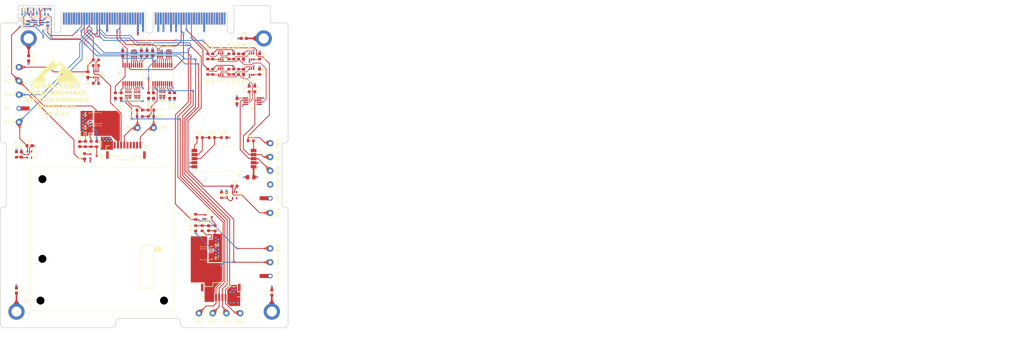
<source format=kicad_pcb>
(kicad_pcb (version 20221018) (generator pcbnew)
  (title_block (title "Payload Interface Board") (date "2023-06-21") (rev "B") (comment 1 "CH") (comment 2 "CH"))
  (layers (0 "F.Cu" signal) (1 "In1.Cu" signal) (2 "In2.Cu" signal) (31 "B.Cu" signal) (34 "B.Paste" user) (35 "F.Paste" user) (36 "B.SilkS" user "B.Silkscreen") (37 "F.SilkS" user "F.Silkscreen") (38 "B.Mask" user) (39 "F.Mask" user) (44 "Edge.Cuts" user))
  (net 0 "")
  (net 1 "/LED_PWR")
  (net 2 "Net-(U5-V_{DD})")
  (net 3 "Net-(U7-V_{DD})")
  (net 16 "GND")
  (net 17 "+5V")
  (net 18 "/SDA_SYS")
  (net 19 "/SCL_SYS")
  (net 20 "/TEMP_A")
  (net 21 "/TEMP_B")
  (net 22 "Net-(C11-Pad2)")
  (net 23 "/PYLD_TXD")
  (net 24 "/PYLD_RXD")
  (net 43 "/PYLD_RESET")
  (net 44 "/SERVO_PWR_CTRL")
  (net 54 "/RB_PWR_EN")
  (net 55 "Net-(C12-Pad2)")
  (net 60 "/PYLD_PWR_EN")
  (net 68 "Net-(Q6-C)")
  (net 69 "/5V_PYLD")
  (net 70 "Net-(Q9-C)")
  (net 73 "/RX_2")
  (net 74 "/TX_2")
  (net 86 "Net-(Q14B-G1)")
  (net 102 "/RX_3")
  (net 103 "/TX_3")
  (net 110 "+3.3V")
  (net 111 "/RB_RxD_in")
  (net 112 "/RB_TxD_in")
  (net 113 "Net-(U3-B8)")
  (net 114 "Net-(U3-DIR)")
  (net 115 "Net-(U3-~{OE})")
  (net 116 "Net-(U3-A4)")
  (net 117 "Net-(U3-A3)")
  (net 118 "Net-(U3-A2)")
  (net 119 "Net-(U3-A1)")
  (net 120 "Net-(U3-B4)")
  (net 121 "Net-(U3-B5)")
  (net 122 "Net-(U3-B6)")
  (net 123 "Net-(U3-B7)")
  (net 124 "Net-(U3-A8)")
  (net 125 "Net-(U3-A7)")
  (net 126 "Net-(U3-A6)")
  (net 127 "Net-(U3-A5)")
  (net 128 "Net-(Q15B-G1)")
  (net 129 "/RB_VCC")
  (net 130 "/5V_PYLD_IN")
  (net 136 "Net-(Q1A-B1)")
  (net 137 "Net-(Q1B-C2)")
  (net 138 "Net-(Q1B-B2)")
  (net 139 "Net-(Q2B-B2)")
  (net 140 "Net-(C9-Pad2)")
  (net 141 "Net-(C10-Pad2)")
  (net 142 "Net-(D1-K)")
  (net 143 "Net-(Q2A-B1)")
  (net 144 "Net-(D2-K)")
  (net 145 "Net-(Q3B-B2)")
  (net 146 "Net-(Q3A-B1)")
  (net 147 "Net-(Q4-G)")
  (net 148 "Net-(Q5-G)")
  (net 149 "Net-(Q6-B)")
  (net 150 "Net-(Q7-G)")
  (net 151 "Net-(Q8-G)")
  (net 152 "Net-(Q9-B)")
  (net 153 "Net-(Q10B-B2)")
  (net 154 "Net-(Q11B-B2)")
  (net 155 "Net-(Q14A-G2)")
  (net 156 "Net-(Q15A-G2)")
  (net 157 "Net-(U4-A7)")
  (net 158 "/RB_RxD")
  (net 163 "/RB_TxD")
  (net 164 "/OnOff")
  (net 165 "Net-(U4-A8)")
  (net 167 "Net-(U4-DIR)")
  (net 168 "Net-(U4-~{OE})")
  (net 169 "Net-(U6-XOR_REF)")
  (net 170 "Net-(U6-XORL2)")
  (net 171 "Net-(U6-EN)")
  (net 172 "Net-(U6-XORL1)")
  (net 173 "Net-(D1-A)")
  (net 174 "Net-(D2-A)")
  (net 175 "Net-(U3-B3)")
  (net 176 "Net-(U4-B1)")
  (net 177 "Net-(U4-B2)")
  (net 178 "Net-(U4-B3)")
  (net 179 "Net-(U4-B4)")
  (net 180 "Net-(U4-A6)")
  (net 181 "Net-(U4-A5)")
  (net 182 "Net-(U4-A4)")
  (net 183 "Net-(U4-A3)")
  (net 184 "Net-(D3-K)")
  (net 185 "Net-(U4-B5)")
  (net 186 "Net-(D4-K)")
  (net 187 "Net-(U4-B6)")
  (net 188 "Net-(U4-B7)")
  (net 189 "Net-(U4-B8)")
  (net 193 "/VIO")
  (net 195 "/SCL")
  (net 197 "Net-(Q10A-B1)")
  (net 198 "Net-(Q11A-B1)")
  (net 199 "/SDA")
  (net 200 "/I2C-Protection-1/SCL_O")
  (net 201 "/I2C-Protection-1/SDA_O")
  (net 202 "Net-(D3-A)")
  (net 203 "Net-(D4-A)")
  (net 204 "/IMU_EN")
  (net 205 "/RB_EN")
  (footprint "SLI-Backplane-Blank-Card-KiCad:HSEC8-160-CARD-EDGE" (layer "F.Cu") (at 85.633839 66.387167)
    (fp_text reference "P1" hide)
    (fp_text value "Card Edge for HSEC8-160-01-S-DV-A-K-TR" hide)
  )
  (footprint "TestPoint:TestPoint_Keystone_5000-5004_Miniature" (layer "F.Cu") (at 124.714 144.78)
    (fp_text reference "TP9")
    (fp_text value "${NET_NAME(1)}" hide)
  )
  (footprint "Package_TO_SOT_SMD:SOT-363_SC-70-6" (layer "F.Cu") (at 70.104 85.852 90)
    (fp_text reference "Q1")
    (fp_text value "MMDT3946" hide)
  )
  (footprint "Resistor_SMD:R_0402_1005Metric" (layer "F.Cu") (at 54.864 69.977 -90)
    (fp_text reference "R31")
    (fp_text value "10k" hide)
  )
  (footprint "TestPoint:TestPoint_Keystone_5000-5004_Miniature" (layer "F.Cu") (at 45.974 83.566)
    (fp_text reference "TP4")
    (fp_text value "${NET_NAME(1)}" hide)
  )
  (footprint "Resistor_SMD:R_0402_1005Metric" (layer "F.Cu") (at 48.641 69.596 -90)
    (fp_text reference "R32")
    (fp_text value "10k" hide)
  )
  (footprint "Capacitor_SMD:C_0603_1608Metric" (layer "F.Cu") (at 49.276 108.204)
    (fp_text reference "C8")
    (fp_text value "0.1uF" hide)
  )
  (footprint "TestPoint:TestPoint_Keystone_5000-5004_Miniature" (layer "F.Cu") (at 45.974 92.202)
    (fp_text reference "TP3")
    (fp_text value "${NET_NAME(1)}" hide)
  )
  (footprint "SierraLobo:SLI_logo_15x9" (layer "F.Cu") (at 57.404 85.852)
    (fp_text reference "G***" hide)
    (fp_text value "LOGO" hide)
  )
  (footprint "SierraLobo:Keystone_5027" (layer "F.Cu") (at 124.714 124.714)
    (fp_text reference "TP21")
    (fp_text value "${NET_NAME(1)}" hide)
  )
  (footprint "Resistor_SMD:R_0603_1608Metric" (layer "F.Cu") (at 88.138 92.456 -90)
    (fp_text reference "R17")
    (fp_text value "1k" hide)
  )
  (footprint "Resistor_SMD:R_0603_1608Metric" (layer "F.Cu") (at 101.346 130.556 90)
    (fp_text reference "R40")
    (fp_text value "100k" hide)
  )
  (footprint "Resistor_SMD:R_0603_1608Metric" (layer "F.Cu") (at 106.426 105.664)
    (fp_text reference "R23")
    (fp_text value "105k" hide)
  )
  (footprint "TestPoint:TestPoint_Keystone_5000-5004_Miniature" (layer "F.Cu") (at 124.714 120.396)
    (fp_text reference "TP22")
    (fp_text value "${NET_NAME(1)}" hide)
  )
  (footprint "Resistor_SMD:R_0603_1608Metric" (layer "F.Cu") (at 76.2 92.456 -90)
    (fp_text reference "R14")
    (fp_text value "1k" hide)
  )
  (footprint "Resistor_SMD:R_0603_1608Metric" (layer "F.Cu") (at 114.808001 85.027 90)
    (fp_text reference "R49")
    (fp_text value "200K" hide)
  )
  (footprint "Resistor_SMD:R_0603_1608Metric" (layer "F.Cu") (at 119.888 90.424 -90)
    (fp_text reference "R4")
    (fp_text value "4.7k" hide)
  )
  (footprint "TestPoint:TestPoint_Keystone_5000-5004_Miniature" (layer "F.Cu") (at 110.998 160.782)
    (fp_text reference "TP13")
    (fp_text value "${NET_NAME(1)}" hide)
  )
  (footprint "Package_TO_SOT_SMD:SOT-353_SC-70-5" (layer "F.Cu") (at 113.538 123.698 -90)
    (fp_text reference "U5")
    (fp_text value "MCP9700AT-E/LT" hide)
  )
  (footprint "TestPoint:TestPoint_Keystone_5000-5004_Miniature" (layer "F.Cu") (at 83.121 102.616 90)
    (fp_text reference "TP6")
    (fp_text value "${NET_NAME(1)}" hide)
  )
  (footprint "Resistor_SMD:R_0603_1608Metric" (layer "F.Cu") (at 105.155999 85.027 90)
    (fp_text reference "R51")
    (fp_text value "0" hide)
  )
  (footprint "Capacitor_SMD:C_0603_1608Metric" (layer "F.Cu") (at 125.222 154.305 -90)
    (fp_text reference "C10")
    (fp_text value "0.1uF" hide)
  )
  (footprint "Capacitor_SMD:C_0603_1608Metric" (layer "F.Cu") (at 46.736 110.998 90)
    (fp_text reference "C7")
    (fp_text value "1uF" hide)
  )
  (footprint "Resistor_SMD:R_0603_1608Metric" (layer "F.Cu") (at 106.68 85.027 -90)
    (fp_text reference "R43")
    (fp_text value "10k" hide)
  )
  (footprint "Package_TO_SOT_SMD:SOT-363_SC-70-6" (layer "F.Cu") (at 118.872 85.026999 90)
    (fp_text reference "Q14")
    (fp_text value "BSS138DWQ-7" hide)
  )
  (footprint "Capacitor_SMD:C_0603_1608Metric" (layer "F.Cu") (at 116.331999 85.027 -90)
    (fp_text reference "C15")
    (fp_text value "0.01uF" hide)
  )
  (footprint "Resistor_SMD:R_0603_1608Metric" (layer "F.Cu") (at 66.802 107.696 -90)
    (fp_text reference "R33")
    (fp_text value "100k" hide)
  )
  (footprint "Resistor_SMD:R_0603_1608Metric" (layer "F.Cu") (at 118.11 90.424 -90)
    (fp_text reference "R3")
    (fp_text value "4.7k" hide)
  )
  (footprint "Resistor_SMD:R_0603_1608Metric" (layer "F.Cu") (at 70.104 81.28)
    (fp_text reference "R2")
    (fp_text value "100k" hide)
  )
  (footprint "TestPoint:TestPoint_Keystone_5000-5004_Miniature" (layer "F.Cu") (at 88.201 102.616 90)
    (fp_text reference "TP5")
    (fp_text value "${NET_NAME(1)}" hide)
  )
  (footprint "Resistor_SMD:R_0603_1608Metric" (layer "F.Cu") (at 105.156 80.201001 90)
    (fp_text reference "R52")
    (fp_text value "0" hide)
  )
  (footprint "Capacitor_SMD:C_0603_1608Metric" (layer "F.Cu") (at 110.998 123.698 90)
    (fp_text reference "C4")
    (fp_text value "1uF" hide)
  )
  (footprint "SierraLobo:PG-TSDSON-8_3.3x3.3mm" (layer "F.Cu") (at 104.509 138.234 90)
    (fp_text reference "Q8")
    (fp_text value "BSZ180" hide)
  )
  (footprint "Resistor_SMD:R_0603_1608Metric" (layer "F.Cu") (at 70.104 83.058 180)
    (fp_text reference "R1")
    (fp_text value "100k" hide)
  )
  (footprint "Resistor_SMD:R_Array_Convex_4x0402" (layer "F.Cu") (at 82.042 79.756 -90)
    (fp_text reference "RN2")
    (fp_text value "10k" hide)
  )
  (footprint "SierraLobo:PG-TSDSON-8_3.3x3.3mm" (layer "F.Cu") (at 104.52 142.298 90)
    (fp_text reference "Q7")
    (fp_text value "BSZ180" hide)
  )
  (footprint "Resistor_SMD:R_0603_1608Metric" (layer "F.Cu") (at 113.283999 80.201 -90)
    (fp_text reference "R42")
    (fp_text value "10k" hide)
  )
  (footprint "SierraLobo:APA2107x" (layer "F.Cu") (at 49.657 65.405 -90)
    (fp_text reference "D3")
    (fp_text value "ORANGE" hide)
  )
  (footprint "Capacitor_SMD:C_0603_1608Metric" (layer "F.Cu") (at 65.024 107.696 -90)
    (fp_text reference "C13")
    (fp_text value "0.1uF" hide)
  )
  (footprint "TestPoint:TestPoint_Keystone_5000-5004_Miniature" (layer "F.Cu") (at 124.714 116.078)
    (fp_text reference "TP18")
    (fp_text value "${NET_NAME(1)}" hide)
  )
  (footprint "payload-interface-board:imu-stamp-revA-SMD" (layer "F.Cu") (at 110.236 112.268 180)
    (fp_text reference "U6")
    (fp_text value "imu-stamp-revA" hide)
  )
  (footprint "TestPoint:TestPoint_Keystone_5000-5004_Miniature" (layer "F.Cu") (at 45.974 100.838)
    (fp_text reference "TP17")
    (fp_text value "${NET_NAME(1)}" hide)
  )
  (footprint "Package_TO_SOT_SMD:SOT-363_SC-70-6" (layer "F.Cu") (at 118.872 80.201 90)
    (fp_text reference "Q15")
    (fp_text value "BSS138DWQ-7" hide)
  )
  (footprint "TestPoint:TestPoint_Keystone_5000-5004_Miniature" (layer "F.Cu") (at 115.316 160.782)
    (fp_text reference "TP14")
    (fp_text value "${NET_NAME(1)}" hide)
  )
  (footprint "Resistor_SMD:R_0603_1608Metric" (layer "F.Cu") (at 106.68 80.201 -90)
    (fp_text reference "R44")
    (fp_text value "10k" hide)
  )
  (footprint "Package_SO:TSSOP-20_4.4x6.5mm_P0.65mm" (layer "F.Cu") (at 81.534 85.852 90)
    (fp_text reference "U3")
    (fp_text value "SN74LVCH245APWR" hide)
  )
  (footprint "Resistor_SMD:R_0603_1608Metric" (layer "F.Cu") (at 83.82 99.06 180)
    (fp_text reference "R9")
    (fp_text value "0" hide)
  )
  (footprint "TestPoint:TestPoint_Keystone_5000-5004_Miniature" (layer "F.Cu") (at 102.362 160.782)
    (fp_text reference "TP11")
    (fp_text value "${NET_NAME(1)}" hide)
  )
  (footprint "Resistor_SMD:R_0603_1608Metric" (layer "F.Cu") (at 45.212 110.998 -90)
    (fp_text reference "R21")
    (fp_text value "220" hide)
  )
  (footprint "Package_TO_SOT_SMD:SOT-323_SC-70" (layer "F.Cu") (at 69.342 111.506)
    (fp_text reference "Q6")
    (fp_text value "MMBT4401WT1G" hide)
  )
  (footprint "SierraLobo:125mil_hole" (layer "F.Cu") (at 49.022 74.549)
    (fp_text reference "H3" hide)
    (fp_text value "SLI-Backplane-Blank-Card-KiCad:125mil_hole" hide)
  )
  (footprint "Capacitor_SMD:C_0603_1608Metric" (layer "F.Cu") (at 105.41 134.112 90)
    (fp_text reference "C14")
    (fp_text value "0.1uF" hide)
  )
  (footprint "Capacitor_SMD:C_0603_1608Metric" (layer "F.Cu") (at 113.538 120.904)
    (fp_text reference "C5")
    (fp_text value "0.1uF" hide)
  )
  (footprint "Capacitor_SMD:C_0603_1608Metric" (layer "F.Cu") (at 87.884 79.248 90)
    (fp_text reference "C3")
    (fp_text value "0.1uF" hide)
  )
  (footprint "SierraLobo:125mil_hole" (layer "F.Cu") (at 125.222 160.274)
    (fp_text reference "H2" hide)
    (fp_text value "SLI-Backplane-Blank-Card-KiCad:125mil_hole" hide)
  )
  (footprint "TestPoint:TestPoint_Keystone_5000-5004_Miniature" (layer "F.Cu") (at 45.974 87.884)
    (fp_text reference "TP2")
    (fp_text value "${NET_NAME(1)}" hide)
  )
  (footprint "SierraLobo:RockBlock_9603" (layer "F.Cu") (at 72.09 137.46 90)
    (fp_text reference "U2")
    (fp_text value "RockBlock_9603" hide)
  )
  (footprint "Resistor_SMD:R_0402_1005Metric" (layer "F.Cu") (at 49.657 67.056)
    (fp_text reference "R27")
    (fp_text value "1.5k" hide)
  )
  (footprint "payload-interface-board:SAMTEC_T1M-10-F-SV-L" (layer "F.Cu") (at 109.22 153.416)
    (fp_text reference "J2")
    (fp_text value "T1M-10-F-SV-L" hide)
  )
  (footprint "Package_TO_SOT_SMD:SOT-323_SC-70" (layer "F.Cu") (at 105.41 130.556)
    (fp_text reference "Q9")
    (fp_text value "MMBT4401WT1G" hide)
  )
  (footprint "Resistor_SMD:R_0603_1608Metric" (layer "F.Cu") (at 111.760001 85.027 -90)
    (fp_text reference "R45")
    (fp_text value "680" hide)
  )
  (footprint "Package_SO:MSOP-8_3x3mm_P0.65mm" (layer "F.Cu") (at 119.126 94.234)
    (fp_text reference "U1")
    (fp_text value "LTC4307" hide)
  )
  (footprint "SierraLobo:Keystone_5027" (layer "F.Cu") (at 124.714 149.098)
    (fp_text reference "TP15")
    (fp_text value "${NET_NAME(1)}" hide)
  )
  (footprint "Capacitor_SMD:C_0603_1608Metric" (layer "F.Cu") (at 45.212 153.67 -90)
    (fp_text reference "C12")
    (fp_text value "0.1uF" hide)
  )
  (footprint "Capacitor_SMD:C_0603_1608Metric" (layer "F.Cu") (at 114.3 94.234 -90)
    (fp_text reference "C1")
    (fp_text value "0.01uF" hide)
  )
  (footprint "Resistor_SMD:R_0603_1608Metric" (layer "F.Cu") (at 70.104 88.646 180)
    (fp_text reference "R6")
    (fp_text value "100k" hide)
  )
  (footprint "Resistor_SMD:R_0603_1608Metric" (layer "F.Cu") (at 103.378 134.112 90)
    (fp_text reference "R38")
    (fp_text value "1k" hide)
  )
  (footprint "Resistor_SMD:R_0603_1608Metric" (layer "F.Cu") (at 110.236 105.664)
    (fp_text reference "R24")
    (fp_text value "576k" hide)
  )
  (footprint "Resistor_SMD:R_0603_1608Metric" (layer "F.Cu") (at 77.978 92.456 -90)
    (fp_text reference "R13")
    (fp_text value "1k" hide)
  )
  (footprint "TestPoint:TestPoint_Keystone_5000-5004_Miniature" (layer "F.Cu") (at 124.714 111.76 -90)
    (fp_text reference "TP19")
    (fp_text value "${NET_NAME(1)}" hide)
  )
  (footprint "Resistor_SMD:R_0603_1608Metric" (layer "F.Cu") (at 111.760001 80.200999 -90)
    (fp_text reference "R46")
    (fp_text value "680" hide)
  )
  (footprint "payload-interface-board:SAMTEC_T1M-10-F-SV-L" (layer "F.Cu") (at 79.502 110.457 180)
    (fp_text reference "J1")
    (fp_text value "T1M-10-F-SV-L" hide)
  )
  (footprint "Resistor_SMD:R_Array_Convex_4x0402" (layer "F.Cu") (at 83.058 91.948 90)
    (fp_text reference "RN3")
    (fp_text value "1k" hide)
  )
  (footprint "Resistor_SMD:R_Array_Convex_4x0402" (layer "F.Cu") (at 90.932 91.948 -90)
    (fp_text reference "RN5")
    (fp_text value "10k" hide)
  )
  (footprint "TestPoint:TestPoint_Keystone_5000-5004_Miniature" (layer "F.Cu") (at 124.714 107.442 -90)
    (fp_text reference "TP20")
    (fp_text value "${NET_NAME(1)}" hide)
  )
  (footprint "Resistor_SMD:R_0603_1608Metric" (layer "F.Cu") (at 87.376 97.028)
    (fp_text reference "R7")
    (fp_text value "0" hide)
  )
  (footprint "Resistor_SMD:R_0603_1608Metric" (layer "F.Cu") (at 70.358 107.696 -90)
    (fp_text reference "R35")
    (fp_text value "1k" hide)
  )
  (footprint "SierraLobo:125mil_hole" (layer "F.Cu") (at 45.212 160.274)
    (fp_text reference "H4" hide)
    (fp_text value "SLI-Backplane-Blank-Card-KiCad:125mil_hole" hide)
  )
  (footprint "Resistor_SMD:R_0603_1608Metric" (layer "F.Cu") (at 84.328 79.248 -90)
    (fp_text reference "R11")
    (fp_text value "10k" hide)
  )
  (footprint "Package_TO_SOT_SMD:SOT-353_SC-70-5" (layer "F.Cu") (at 49.276 110.998 -90)
    (fp_text reference "U7")
    (fp_text value "MCP9700AT-E/LT" hide)
  )
  (footprint "Resistor_SMD:R_0603_1608Metric" (layer "F.Cu") (at 86.614 92.456 -90)
    (fp_text reference "R18")
    (fp_text value "1k" hide)
  )
  (footprint "Package_TO_SOT_SMD:SOT-363_SC-70-6" (layer "F.Cu") (at 109.219999 80.201 90)
    (fp_text reference "Q11")
    (fp_text value "MMDT2222A" hide)
  )
  (footprint "TestPoint:TestPoint_Keystone_5000-5004_Miniature" (layer "F.Cu") (at 124.714 140.462)
    (fp_text reference "TP10")
    (fp_text value "${NET_NAME(1)}" hide)
  )
  (footprint "TestPoint:TestPoint_Keystone_5000-5004_Miniature" (layer "F.Cu") (at 106.68 160.782)
    (fp_text reference "TP12")
    (fp_text value "${NET_NAME(1)}" hide)
  )
  (footprint "Resistor_SMD:R_0603_1608Metric" (layer "F.Cu") (at 83.82 97.028 180)
    (fp_text reference "R8")
    (fp_text value "0" hide)
  )
  (footprint "Capacitor_SMD:C_0805_2012Metric" (layer "F.Cu") (at 118.618 118.11 180)
    (fp_text reference "C6")
    (fp_text value "10uF" hide)
  )
  (footprint "Resistor_SMD:R_0603_1608Metric" (layer "F.Cu") (at 68.58 107.696 -90)
    (fp_text reference "R34")
    (fp_text value "1k" hide)
  )
  (footprint "Resistor_SMD:R_0603_1608Metric" (layer "F.Cu") (at 86.106 79.248 -90)
    (fp_text reference "R12")
    (fp_text value "10k" hide)
  )
  (footprint "Resistor_SMD:R_Array_Convex_4x0402" (layer "F.Cu") (at 92.964 79.748 90)
    (fp_text reference "RN6")
    (fp_text value "1k" hide)
  )
  (footprint "Resistor_SMD:R_0603_1608Metric" (layer "F.Cu") (at 93.218 92.456 -90)
    (fp_text reference "R15")
    (fp_text value "10k" hide)
  )
  (footprint "Resistor_SMD:R_0603_1608Metric" (layer "F.Cu") (at 118.618 106.68)
    (fp_text reference "R22")
    (fp_text value "10k" hide)
  )
  (footprint "Resistor_SMD:R_0603_1608Metric" (layer "F.Cu") (at 67.564 85.852 90)
    (fp_text reference "R5")
    (fp_text value "100k" hide)
  )
  (footprint "Capacitor_SMD:C_0603_1608Metric" (layer "F.Cu") (at 116.332 80.201 -90)
    (fp_text reference "C16")
    (fp_text value "0.01uF" hide)
  )
  (footprint "Resistor_SMD:R_0603_1608Metric" (layer "F.Cu") (at 66.548 111.506 90)
    (fp_text reference "R36")
    (fp_text value "100k" hide)
  )
  (footprint "SierraLobo:PG-TSDSON-8_3.3x3.3mm" (layer "F.Cu") (at 70.043 103.632001 -90)
    (fp_text reference "Q5")
    (fp_text value "BSZ180" hide)
  )
  (footprint "Resistor_SMD:R_Array_Convex_4x0402" (layer "F.Cu") (at 80.264 91.948 90)
    (fp_text reference "RN1")
    (fp_text value "1k" hide)
  )
  (footprint "Resistor_SMD:R_0603_1608Metric" (layer "F.Cu") (at 109.474 123.698 -90)
    (fp_text reference "R19")
    (fp_text value "220" hide)
  )
  (footprint "SierraLobo:PG-TSDSON-8_3.3x3.3mm" (layer "F.Cu") (at 70.031999 99.568 -90)
    (fp_text reference "Q4")
    (fp_text value "BSZ180" hide)
  )
  (footprint "Resistor_SMD:R_0603_1608Metric" (layer "F.Cu") (at 101.346 134.112 90)
    (fp_text reference "R39")
    (fp_text value "1k" hide)
  )
  (footprint "Capacitor_SMD:C_0603_1608Metric" (layer "F.Cu") (at 116.446 74.536)
    (fp_text reference "C9")
    (fp_text value "0.1uF" hide)
  )
  (footprint "Resistor_SMD:R_0603_1608Metric" (layer "F.Cu") (at 121.412 80.201 -90)
    (fp_text reference "R48")
    (fp_text value "100k" hide)
  )
  (footprint "Resistor_SMD:R_0603_1608Metric" (layer "F.Cu") (at 94.742 92.456 -90)
    (fp_text reference "R16")
    (fp_text value "10k" hide)
  )
  (footprint "Resistor_SMD:R_0603_1608Metric" (layer "F.Cu") (at 114.808 80.201 90)
    (fp_text reference "R50")
    (fp_text value "200K" hide)
  )
  (footprint "Package_SO:TSSOP-20_4.4x6.5mm_P0.65mm" (layer "F.Cu") (at 90.932 85.852 90)
    (fp_text reference "U4")
    (fp_text value "SN74LVCH245APWR" hide)
  )
  (footprint "Resistor_SMD:R_0603_1608Metric" (layer "F.Cu") (at 107.442 134.112 90)
    (fp_text reference "R37")
    (fp_text value "100k" hide)
  )
  (footprint "Resistor_SMD:R_0603_1608Metric" (layer "F.Cu") (at 102.616 105.664)
    (fp_text reference "R20")
    (fp_text value "988k" hide)
  )
  (footprint "SierraLobo:Keystone_5027" (layer "F.Cu") (at 45.974 96.52 180)
    (fp_text reference "TP7")
    (fp_text value "${NET_NAME(1)}" hide)
  )
  (footprint "Resistor_SMD:R_0603_1608Metric" (layer "F.Cu") (at 121.412 85.027 -90)
    (fp_text reference "R47")
    (fp_text value "100k" hide)
  )
  (footprint "Resistor_SMD:R_0603_1608Metric" (layer "F.Cu") (at 113.284 85.027 -90)
    (fp_text reference "R41")
    (fp_text value "10k" hide)
  )
  (footprint "Package_TO_SOT_SMD:SOT-363_SC-70-6" (layer "F.Cu") (at 51.826 69.596)
    (fp_text reference "Q3")
    (fp_text value "MMDT2222A" hide)
  )
  (footprint "TestPoint:TestPoint_Keystone_5000-5004_Miniature" (layer "F.Cu") (at 124.714 129.286)
    (fp_text reference "TP16")
    (fp_text value "${NET_NAME(1)}" hide)
  )
  (footprint "Resistor_SMD:R_Array_Convex_4x0402" (layer "F.Cu") (at 90.17 79.756 90)
    (fp_text reference "RN4")
    (fp_text value "1k" hide)
  )
  (footprint "SierraLobo:125mil_hole" (layer "F.Cu") (at 122.682 74.549)
    (fp_text reference "H1" hide)
    (fp_text value "SLI-Backplane-Blank-Card-KiCad:125mil_hole" hide)
  )
  (footprint "Package_TO_SOT_SMD:SOT-363_SC-70-6" (layer "F.Cu") (at 109.22 85.027 90)
    (fp_text reference "Q10")
    (fp_text value "MMDT2222A" hide)
  )
  (footprint "Capacitor_SMD:C_0603_1608Metric" (layer "F.Cu") (at 49.022 80.772 90)
    (fp_text reference "C11")
    (fp_text value "0.1uF" hide)
  )
  (footprint "Capacitor_SMD:C_0603_1608Metric" (layer "F.Cu") (at 78.486 79.248 90)
    (fp_text reference "C2")
    (fp_text value "0.1uF" hide)
  )
  (footprint "Resistor_SMD:R_0603_1608Metric" (layer "F.Cu") (at 87.376 99.06)
    (fp_text reference "R10")
    (fp_text value "0" hide)
  )
  (footprint "Resistor_SMD:R_0402_1005Metric" (layer "B.Cu") (at 49.149 69.596 -90)
    (fp_text reference "R29")
    (fp_text value "10k")
  )
  (footprint "Resistor_SMD:R_0402_1005Metric" (layer "B.Cu") (at 54.61 67.056 180)
    (fp_text reference "R28")
    (fp_text value "1.5k")
  )
  (footprint "Resistor_SMD:R_0402_1005Metric" (layer "B.Cu") (at 51.054 67.056 180)
    (fp_text reference "R25")
    (fp_text value "1.5k")
  )
  (footprint "SierraLobo:APA2107x" (layer "B.Cu") (at 47.879 65.405 -90)
    (fp_text reference "D2")
    (fp_text value "YELLOW")
  )
  (footprint "Package_TO_SOT_SMD:SOT-363_SC-70-6" (layer "B.Cu") (at 52.451 69.596 180)
    (fp_text reference "Q2")
    (fp_text value "MMDT2222A")
  )
  (footprint "Resistor_SMD:R_0402_1005Metric" (layer "B.Cu") (at 47.498 67.056 180)
    (fp_text reference "R26")
    (fp_text value "1.5k")
  )
  (footprint "Resistor_SMD:R_0402_1005Metric" (layer "B.Cu") (at 55.245 69.977 -90)
    (fp_text reference "R30")
    (fp_text value "10k")
  )
  (footprint "SierraLobo:APA2107x" (layer "B.Cu") (at 51.435 65.405 -90)
    (fp_text reference "D1")
    (fp_text value "RED")
  )
  (footprint "SierraLobo:APA2107x" (layer "B.Cu") (at 54.991 65.405 -90)
    (fp_text reference "D4")
    (fp_text value "GREEN")
  )
  (gr_arc (start 40.912002 107.260198) (mid 40.373187 107.037013) (end 40.150002 106.498198) (stroke (width 0.2)) (layer "Edge.Cuts"))
  (gr_line (start 113.333777 66.287181) (end 113.333777 64.205481) (stroke (width 0.2)) (layer "Edge.Cuts"))
  (gr_line (start 42.055002 126.792798) (end 42.055002 108.022198) (stroke (width 0.2)) (layer "Edge.Cuts"))
  (gr_arc (start 76.218002 164.156198) (mid 75.868347 165.000344) (end 75.024202 165.349998) (stroke (width 0.2)) (layer "Edge.Cuts"))
  (gr_line (start 51.653814 64.224163) (end 56.353749 64.224163) (stroke (width 0.2)) (layer "Edge.Cuts"))
  (gr_line (start 40.912002 107.260198) (end 41.293002 107.260198) (stroke (width 0.2)) (layer "Edge.Cuts"))
  (gr_line (start 129.177002 107.260198) (end 129.558002 107.260198) (stroke (width 0.2)) (layer "Edge.Cuts"))
  (gr_arc locked (start 130.320002 164.156198) (mid 129.970347 165.000344) (end 129.126202 165.349998) (stroke (width 0.2)) (layer "Edge.Cuts"))
  (gr_line (start 41.250447 69.707497) (end 45.250447 69.707497) (stroke (width 0.2)) (layer "Edge.Cuts"))
  (gr_arc (start 57.708839 72.912133) (mid 57.302216 72.743735) (end 57.133839 72.337133) (stroke (width 0.2)) (layer "Edge.Cuts"))
  (gr_arc locked (start 95.344202 162.428998) (mid 96.188345 162.778655) (end 96.538002 163.622798) (stroke (width 0.2)) (layer "Edge.Cuts"))
  (gr_line (start 88.03382 66.387153) (end 111.333822 66.387153) (stroke (width 0.2)) (layer "Edge.Cuts"))
  (gr_line (start 113.333777 64.205481) (end 124.165094 64.205481) (stroke (width 0.2)) (layer "Edge.Cuts"))
  (gr_arc (start 45.733603 69.224341) (mid 45.592089 69.565982) (end 45.250447 69.707497) (stroke (width 0.2)) (layer "Edge.Cuts"))
  (gr_arc (start 130.320002 106.498198) (mid 130.096818 107.037015) (end 129.558002 107.260198) (stroke (width 0.2)) (layer "Edge.Cuts"))
  (gr_line (start 112.53382 72.962161) (end 112.758813 72.962161) (stroke (width 0.2)) (layer "Edge.Cuts"))
  (gr_arc (start 112.533819 72.962161) (mid 111.685296 72.610697) (end 111.333832 71.762171) (stroke (width 0.2)) (layer "Edge.Cuts"))
  (gr_arc (start 128.415002 108.022198) (mid 128.638187 107.483385) (end 129.177002 107.260198) (stroke (width 0.2)) (layer "Edge.Cuts"))
  (gr_line (start 125.217127 69.707497) (end 129.217124 69.707497) (stroke (width 0.2)) (layer "Edge.Cuts"))
  (gr_line (start 76.218002 164.156198) (end 76.218002 163.622798) (stroke (width 0.2)) (layer "Edge.Cuts"))
  (gr_line (start 40.150002 106.498198) (end 40.150002 70.807942) (stroke (width 0.2)) (layer "Edge.Cuts"))
  (gr_line (start 45.733603 69.224341) (end 45.733786 64.79917) (stroke (width 0.2)) (layer "Edge.Cuts"))
  (gr_arc (start 59.13382 71.712142) (mid 58.782351 72.560661) (end 57.933832 72.912131) (stroke (width 0.2)) (layer "Edge.Cuts"))
  (gr_arc (start 129.217124 69.7075) (mid 129.996968 70.030532) (end 130.320002 70.810375) (stroke (width 0.2)) (layer "Edge.Cuts"))
  (gr_arc (start 40.150002 128.316798) (mid 40.373187 127.777983) (end 40.912002 127.554798) (stroke (width 0.2)) (layer "Edge.Cuts"))
  (gr_line (start 40.912002 127.554798) (end 41.293002 127.554798) (stroke (width 0.2)) (layer "Edge.Cuts"))
  (gr_line locked (start 130.320002 164.156198) (end 130.320002 128.316798) (stroke (width 0.2)) (layer "Edge.Cuts"))
  (gr_line (start 124.733785 69.224155) (end 124.733785 64.774172) (stroke (width 0.2)) (layer "Edge.Cuts"))
  (gr_line (start 128.415002 126.792798) (end 128.415002 108.022198) (stroke (width 0.2)) (layer "Edge.Cuts"))
  (gr_arc (start 125.217127 69.707497) (mid 124.875351 69.565936) (end 124.733785 69.224155) (stroke (width 0.2)) (layer "Edge.Cuts"))
  (gr_line (start 57.133803 66.237151) (end 57.133803 64.22417) (stroke (width 0.2)) (layer "Edge.Cuts"))
  (gr_line (start 40.149993 164.079998) (end 40.150002 128.316798) (stroke (width 0.2)) (layer "Edge.Cuts"))
  (gr_line (start 85.63383 71.762154) (end 85.63383 66.387163) (stroke (width 0.2)) (layer "Edge.Cuts"))
  (gr_arc locked (start 97.731802 165.349998) (mid 96.887657 165.000343) (end 96.538002 164.156198) (stroke (width 0.2)) (layer "Edge.Cuts"))
  (gr_line locked (start 97.731802 165.349998) (end 129.126202 165.349998) (stroke (width 0.2)) (layer "Edge.Cuts"))
  (gr_line (start 129.177002 127.554798) (end 129.558002 127.554798) (stroke (width 0.2)) (layer "Edge.Cuts"))
  (gr_line (start 59.13382 66.38715) (end 85.63382 66.387153) (stroke (width 0.2)) (layer "Edge.Cuts"))
  (gr_arc (start 113.333813 72.387164) (mid 113.165413 72.793778) (end 112.758813 72.962164) (stroke (width 0.2)) (layer "Edge.Cuts"))
  (gr_line locked (start 77.411802 162.428998) (end 95.344202 162.428998) (stroke (width 0.2)) (layer "Edge.Cuts"))
  (gr_arc (start 42.055002 126.792798) (mid 41.831817 127.331613) (end 41.293002 127.554798) (stroke (width 0.2)) (layer "Edge.Cuts"))
  (gr_arc (start 129.177002 127.554798) (mid 128.638186 127.331614) (end 128.415002 126.792798) (stroke (width 0.2)) (layer "Edge.Cuts"))
  (gr_line (start 88.03381 71.762154) (end 88.03381 66.387163) (stroke (width 0.2)) (layer "Edge.Cuts"))
  (gr_line (start 113.333813 72.387161) (end 113.333813 66.287163) (stroke (width 0.2)) (layer "Edge.Cuts"))
  (gr_line (start 57.133839 72.337131) (end 57.133839 66.237133) (stroke (width 0.2)) (layer "Edge.Cuts"))
  (gr_line (start 57.708839 72.912131) (end 57.933832 72.912131) (stroke (width 0.2)) (layer "Edge.Cuts"))
  (gr_line (start 46.308798 64.224158) (end 51.653807 64.224158) (stroke (width 0.2)) (layer "Edge.Cuts"))
  (gr_arc (start 40.150002 70.807942) (mid 40.472315 70.02981) (end 41.250447 69.707497) (stroke (width 0.2)) (layer "Edge.Cuts"))
  (gr_arc (start 76.218002 163.622798) (mid 76.567659 162.778656) (end 77.411802 162.428998) (stroke (width 0.2)) (layer "Edge.Cuts"))
  (gr_arc (start 45.733786 64.79917) (mid 45.902203 64.392574) (end 46.308798 64.224158) (stroke (width 0.2)) (layer "Edge.Cuts"))
  (gr_arc (start 41.293002 107.260198) (mid 41.831819 107.483381) (end 42.055002 108.022198) (stroke (width 0.2)) (layer "Edge.Cuts"))
  (gr_line (start 41.267602 165.349995) (end 75.024202 165.349998) (stroke (width 0.2)) (layer "Edge.Cuts"))
  (gr_arc (start 41.267602 165.349998) (mid 40.445776 164.946461) (end 40.150002 164.079998) (stroke (width 0.2)) (layer "Edge.Cuts"))
  (gr_arc (start 88.03381 71.76217) (mid 86.833812 72.96216) (end 85.63383 71.762154) (stroke (width 0.2)) (layer "Edge.Cuts"))
  (gr_line (start 56.353754 64.22417) (end 57.133803 64.22417) (stroke (width 0.2)) (layer "Edge.Cuts"))
  (gr_arc (start 129.558002 127.554798) (mid 130.096817 127.777983) (end 130.320002 128.316798) (stroke (width 0.2)) (layer "Edge.Cuts"))
  (gr_line (start 59.13382 71.712123) (end 59.13382 66.387153) (stroke (width 0.2)) (layer "Edge.Cuts"))
  (gr_line (start 111.333832 71.762154) (end 111.333832 66.387163) (stroke (width 0.2)) (layer "Edge.Cuts"))
  (gr_line locked (start 96.538002 164.156198) (end 96.538002 163.622798) (stroke (width 0.2)) (layer "Edge.Cuts"))
  (gr_arc (start 124.165094 64.205481) (mid 124.567233 64.372043) (end 124.733785 64.774172) (stroke (width 0.2)) (layer "Edge.Cuts"))
  (gr_line (start 130.320002 106.498198) (end 130.320002 70.810375) (stroke (width 0.2)) (layer "Edge.Cuts"))
  (gr_text "FORAS PROMINEO\nPAYLOAD INTERFACE\nBOARD revB" (at 57.912 96.774) (layer "F.SilkS") (effects (font (size 1.27 1.27) (thickness 0.254) bold) (justify bottom)))
  (gr_text "CH 6/23" (at 57.658 99.06) (layer "F.SilkS") (effects (font (size 1.27 1.27) (thickness 0.254) bold) (justify bottom)))
  (segment (start 48.013492 70.106) (end 48.641 70.106) (width 0.25) (layer "F.Cu") (net 1))
  (segment (start 54.991 71.12) (end 54.991 72.771) (width 0.25) (layer "F.Cu") (net 1))
  (segment (start 48.011492 70.104) (end 48.013492 70.106) (width 0.25) (layer "F.Cu") (net 1))
  (segment (start 54.864 70.487) (end 54.864 70.993) (width 0.25) (layer "F.Cu") (net 1))
  (segment (start 54.991 72.771) (end 55.88 73.66) (width 0.25) (layer "F.Cu") (net 1))
  (segment (start 55.88 73.66) (end 62.738 73.66) (width 0.25) (layer "F.Cu") (net 1))
  (segment (start 54.864 70.993) (end 54.991 71.12) (width 0.25) (layer "F.Cu") (net 1))
  (segment (start 62.738 73.66) (end 64.008 72.39) (width 0.25) (layer "F.Cu") (net 1))
  (via (at 54.991 71.12) (size 0.6096) (drill 0.254) (layers "F.Cu" "B.Cu") (net 1))
  (via (at 64.008 72.39) (size 0.6096) (drill 0.254) (layers "F.Cu" "B.Cu") (net 1))
  (via (at 48.011492 70.104) (size 0.6096) (drill 0.254) (layers "F.Cu" "B.Cu") (net 1))
  (segment (start 65.633839 68.787167) (end 65.633839 70.764161) (width 0.254) (layer "B.Cu") (net 1))
  (segment (start 55.118 70.993) (end 55.118 70.485) (width 0.25) (layer "B.Cu") (net 1))
  (segment (start 54.991 71.12) (end 55.118 70.993) (width 0.25) (layer "B.Cu") (net 1))
  (segment (start 65.633839 70.764161) (end 64.008 72.39) (width 0.254) (layer "B.Cu") (net 1))
  (segment (start 48.011492 70.104) (end 49.147 70.104) (width 0.25) (layer "B.Cu") (net 1))
  (segment (start 112.522 125.476) (end 112.001 125.476) (width 0.25) (layer "F.Cu") (net 2))
  (segment (start 112.888 125.11) (end 112.522 125.476) (width 0.25) (layer "F.Cu") (net 2))
  (segment (start 112.888 124.648) (end 112.888 125.11) (width 0.25) (layer "F.Cu") (net 2))
  (segment (start 112.001 125.476) (end 110.998 124.473) (width 0.25) (layer "F.Cu") (net 2))
  (segment (start 110.998 124.473) (end 109.524 124.473) (width 0.25) (layer "F.Cu") (net 2))
  (segment (start 48.626 111.948) (end 46.911 111.948) (width 0.254) (layer "F.Cu") (net 3))
  (segment (start 46.736 111.773) (end 45.262 111.773) (width 0.254) (layer "F.Cu") (net 3))
  (segment (start 82.792 79.256) (end 82.792 78.474) (width 0.254) (layer "F.Cu") (net 16))
  (segment (start 75.002 108.0445) (end 75.002 106.752) (width 0.254) (layer "F.Cu") (net 16))
  (segment (start 81.292 78.474) (end 81.292 79.256) (width 0.254) (layer "F.Cu") (net 16))
  (segment (start 82.292 79.256) (end 82.292 78.482) (width 0.254) (layer "F.Cu") (net 16))
  (segment (start 92.964 78.224) (end 92.714 78.474) (width 0.254) (layer "F.Cu") (net 16))
  (segment (start 81.792 78.482) (end 81.792 79.256) (width 0.254) (layer "F.Cu") (net 16))
  (segment (start 82.042 78.232) (end 81.792 78.482) (width 0.254) (layer "F.Cu") (net 16))
  (segment (start 100.965 114.808) (end 99.568 114.808) (width 0.254) (layer "F.Cu") (net 16))
  (segment (start 50.876 68.946) (end 50.017509 68.946) (width 0.25) (layer "F.Cu") (net 16))
  (segment (start 73.633839 68.787167) (end 73.633839 71.374014) (width 0.508) (layer "F.Cu") (net 16))
  (segment (start 82.792 78.474) (end 82.55 78.232) (width 0.254) (layer "F.Cu") (net 16))
  (segment (start 118.222 82.042) (end 118.222 81.151) (width 0.2032) (layer "F.Cu") (net 16))
  (segment (start 47.511 110.998) (end 48.8614 110.998) (width 0.254) (layer "F.Cu") (net 16))
  (segment (start 82.55 78.232) (end 82.042 78.232) (width 0.254) (layer "F.Cu") (net 16))
  (segment (start 91.682 93.23) (end 91.44 93.472) (width 0.254) (layer "F.Cu") (net 16))
  (segment (start 89.633839 68.787167) (end 89.633839 71.374014) (width 0.508) (layer "F.Cu") (net 16))
  (segment (start 125.222 153.53) (end 125.222 152.4) (width 0.508) (layer "F.Cu") (net 16))
  (segment (start 91.233839 68.787167) (end 91.233839 71.374014) (width 0.508) (layer "F.Cu") (net 16))
  (segment (start 86.106 78.423) (end 86.106 77.674) (width 0.508) (layer "F.Cu") (net 16))
  (segment (start 52.07 70.739) (end 52.283 70.739) (width 0.25) (layer "F.Cu") (net 16))
  (segment (start 50.051 108.204) (end 50.8 108.204) (width 0.508) (layer "F.Cu") (net 16))
  (segment (start 91.182 92.448) (end 91.182 93.214) (width 0.254) (layer "F.Cu") (net 16))
  (segment (start 82.308 93.23) (end 82.55 93.472) (width 0.25) (layer "F.Cu") (net 16))
  (segment (start 84.328 78.423) (end 84.328 77.674) (width 0.508) (layer "F.Cu") (net 16))
  (segment (start 119.522 83.185999) (end 119.522 84.076999) (width 0.2032) (layer "F.Cu") (net 16))
  (segment (start 92.964 78.224) (end 92.456 78.224) (width 0.254) (layer "F.Cu") (net 16))
  (segment (start 68.342 113.268) (end 68.326 113.284) (width 0.25) (layer "F.Cu") (net 16))
  (segment (start 93.214 78.474) (end 92.964 78.224) (width 0.254) (layer "F.Cu") (net 16))
  (segment (start 73.633839 71.374014) (end 73.633839 72.283834) (width 0.508) (layer "F.Cu") (net 16))
  (segment (start 83.308 92.448) (end 83.308 93.214) (width 0.25) (layer "F.Cu") (net 16))
  (segment (start 82.042 78.232) (end 81.534 78.232) (width 0.254) (layer "F.Cu") (net 16))
  (segment (start 81.014 93.23) (end 80.772 93.472) (width 0.25) (layer "F.Cu") (net 16))
  (segment (start 46.736 110.223) (end 47.511 110.998) (width 0.254) (layer "F.Cu") (net 16))
  (segment (start 93.214 79.248) (end 93.214 78.474) (width 0.254) (layer "F.Cu") (net 16))
  (segment (start 81.014 92.448) (end 81.014 93.23) (width 0.25) (layer "F.Cu") (net 16))
  (segment (start 84.459 89.793) (end 84.836 90.17) (width 0.254) (layer "F.Cu") (net 16))
  (segment (start 69.454 86.802) (end 67.689 86.802) (width 0.254) (layer "F.Cu") (net 16))
  (segment (start 115.9505 95.758) (end 115.9505 95.6315) (width 0.254) (layer "F.Cu") (net 16))
  (segment (start 119.507 113.538) (end 120.904 113.538) (width 0.508) (layer "F.Cu") (net 16))
  (segment (start 90.182 92.448) (end 90.182 93.23) (width 0.254) (layer "F.Cu") (net 16))
  (segment (start 50.017509 68.946) (end 49.974721 68.903212) (width 0.25) (layer "F.Cu") (net 16))
  (segment (start 110.998 122.923) (end 110.998 122.174) (width 0.25) (layer "F.Cu") (net 16))
  (segment (start 92.714 78.474) (end 92.714 79.248) (width 0.254) (layer "F.Cu") (net 16))
  (segment (start 82.808 93.214) (end 82.55 93.472) (width 0.25) (layer "F.Cu") (net 16))
  (segment (start 80.514 93.214) (end 80.772 93.472) (width 0.25) (layer "F.Cu") (net 16))
  (segment (start 83.808 93.23) (end 83.566 93.472) (width 0.25) (layer "F.Cu") (net 16))
  (segment (start 83.308 93.214) (end 83.566 93.472) (width 0.25) (layer "F.Cu") (net 16))
  (segment (start 90.92 78.474) (end 90.92 79.256) (width 0.254) (layer "F.Cu") (net 16))
  (segment (start 90.42 78.49) (end 90.42 79.256) (width 0.254) (layer "F.Cu") (net 16))
  (segment (start 95.233839 68.787167) (end 95.233839 71.374014) (width 0.508) (layer "F.Cu") (net 16))
  (segment (start 113.538 122.748) (end 113.538 121.92) (width 0.25) (layer "F.Cu") (net 16))
  (segment (start 49.276 110.5834) (end 49.276 110.048) (width 0.254) (layer "F.Cu") (net 16))
  (segment (start 94.742 93.281) (end 94.742 94.03) (width 0.508) (layer "F.Cu") (net 16))
  (segment (start 91.182 93.214) (end 91.44 93.472) (width 0.254) (layer "F.Cu") (net 16))
  (segment (start 48.8614 110.998) (end 49.276 110.5834) (width 0.254) (layer "F.Cu") (net 16))
  (segment (start 91.682 92.448) (end 91.682 93.23) (width 0.254) (layer "F.Cu") (net 16))
  (segment (start 78.486 78.473) (end 78.486 77.724) (width 0.508) (layer "F.Cu") (net 16))
  (segment (start 45.212 152.895) (end 45.212 151.892) (width 0.508) (layer "F.Cu") (net 16))
  (segment (start 82.808 92.448) (end 82.808 93.214) (width 0.25) (layer "F.Cu") (net 16))
  (segment (start 114.313 121.145) (end 113.538 121.92) (width 0.25) (layer "F.Cu") (net 16))
  (segment (start 75.002 106.752) (end 74.93 106.68) (width 0.254) (layer "F.Cu") (net 16))
  (segment (start 90.678 78.232) (end 90.92 78.474) (width 0.254) (layer "F.Cu") (net 16))
  (segment (start 86.614 93.281) (end 86.614 94.03) (width 0.508) (layer "F.Cu") (net 16))
  (segment (start 111.061 105.664) (end 112.014 105.664) (width 0.25) (layer "F.Cu") (net 16))
  (segment (start 114.3 95.009) (end 114.3 95.758) (width 0.508) (layer "F.Cu") (net 16))
  (segment (start 90.182 93.23) (end 90.424 93.472) (width 0.254) (layer "F.Cu") (net 16))
  (segment (start 88.138 93.281) (end 88.138 94.03) (width 0.508) (layer "F.Cu") (net 16))
  (segment (start 80.514 92.448) (end 80.514 93.214) (width 0.25) (layer "F.Cu") (net 16))
  (segment (start 49.276 110.048001) (end 49.276 108.978999) (width 0.254) (layer "F.Cu") (net 16))
  (segment (start 93.218 93.281) (end 93.218 94.03) (width 0.508) (layer "F.Cu") (net 16))
  (segment (start 115.9505 95.6315) (end 116.373 95.209) (width 0.254) (layer "F.Cu") (net 16))
  (segment (start 81.534 78.232) (end 81.292 78.474) (width 0.254) (layer "F.Cu") (net 16))
  (segment (start 90.682 92.448) (end 90.682 93.214) (width 0.254) (layer "F.Cu") (net 16))
  (segment (start 90.678 78.232) (end 90.42 78.49) (width 0.254) (layer "F.Cu") (net 16))
  (segment (start 93.714 78.466) (end 93.472 78.224) (width 0.254) (layer "F.Cu") (net 16))
  (segment (start 93.472 78.224) (end 92.964 78.224) (width 0.254) (layer "F.Cu") (net 16))
  (segment (start 49.022 81.547) (end 49.022 82.55) (width 0.508) (layer "F.Cu") (net 16))
  (segment (start 93.857 89.6665) (end 93.857 88.7145) (width 0.254) (layer "F.Cu") (net 16))
  (segment (start 82.292 78.482) (end 82.042 78.232) (width 0.254) (layer "F.Cu") (net 16))
  (segment (start 84.459 88.7145) (end 84.459 89.793) (width 0.254) (layer "F.Cu") (net 16))
  (segment (start 92.456 78.224) (end 92.214 78.466) (width 0.254) (layer "F.Cu") (net 16))
  (segment (start 82.308 92.448) (end 82.308 93.23) (width 0.25) (layer "F.Cu") (net 16))
  (segment (start 104.03382 68.787153) (end 104.03382 71.374) (width 0.508) (layer "F.Cu") (net 16))
  (segment (start 118.222 86.867999) (end 118.222 85.976999) (width 0.2032) (layer "F.Cu") (net 16))
  (segment (start 67.564 86.677) (end 67.564 87.426) (width 0.508) (layer "F.Cu") (net 16))
  (segment (start 92.214 78.466) (end 92.214 79.248) (width 0.254) (layer "F.Cu") (net 16))
  (segment (start 68.342 112.156) (end 68.342 113.268) (width 0.25) (layer "F.Cu") (net 16))
  (segment (start 76.2 93.281) (end 76.2 94.03) (width 0.508) (layer "F.Cu") (net 16))
  (segment (start 103.632 131.206) (end 104.41 131.206) (width 0.25) (layer "F.Cu") (net 16))
  (segment (start 46.736 110.223) (end 46.736 109.474) (width 0.508) (layer "F.Cu") (net 16))
  (segment (start 93.714 79.248) (end 93.714 78.466) (width 0.254) (layer "F.Cu") (net 16))
  (segment (start 119.522 78.232) (end 119.522 79.251) (width 0.2032) (layer "F.Cu") (net 16))
  (segment (start 49.276 108.978999) (end 50.051 108.204) (width 0.254) (layer "F.Cu") (net 16))
  (segment (start 83.808 92.448) (end 83.808 93.23) (width 0.25) (layer "F.Cu") (net 16))
  (segment (start 90.682 93.214) (end 90.424 93.472) (width 0.254) (layer "F.Cu") (net 16))
  (segment (start 87.884 78.473) (end 87.884 77.724) (width 0.508) (layer "F.Cu") (net 16))
  (segment (start 100.965 113.538) (end 99.568 113.538) (width 0.254) (layer "F.Cu") (net 16))
  (segment (start 116.331999 85.802) (end 116.331999 86.551) (width 0.508) (layer "F.Cu") (net 16))
  (segment (start 94.234 90.0435) (end 93.857 89.6665) (width 0.254) (layer "F.Cu") (net 16))
  (segment (start 117.668 118.11) (end 116.586 118.11) (width 0.508) (layer "F.Cu") (net 16))
  (segment (start 116.332 80.976) (end 116.332 81.725) (width 0.508) (layer "F.Cu") (net 16))
  (segment (start 52.283 70.739) (end 52.776 70.246) (width 0.25) (layer "F.Cu") (net 16))
  (segment (start 115.671 74.536) (end 114.668 74.536) (width 0.508) (layer "F.Cu") (net 16))
  (via (at 113.284 152.654) (size 0.6096) (drill 0.254) (layers "F.Cu" "B.Cu") (net 16))
  (via (at 104.03382 71.374) (size 0.6096) (drill 0.254) (layers "F.Cu" "B.Cu") (net 16))
  (via (at 80.772 93.472) (size 0.6096) (drill 0.254) (layers "F.Cu" "B.Cu") (net 16))
  (via (at 93.218 94.03) (size 0.6096) (drill 0.254) (layers "F.Cu" "B.Cu") (net 16))
  (via (at 87.884 77.724) (size 0.6096) (drill 0.254) (layers "F.Cu" "B.Cu") (net 16))
  (via (at 67.564 87.426) (size 0.6096) (drill 0.254) (layers "F.Cu" "B.Cu") (net 16))
  (via (at 72.39 105.918) (size 0.6096) (drill 0.254) (layers "F.Cu" "B.Cu") (net 16))
  (via (at 74.93 106.68) (size 0.6096) (drill 0.254) (layers "F.Cu" "B.Cu") (net 16))
  (via (at 73.633839 72.283834) (size 0.6096) (drill 0.254) (layers "F.Cu" "B.Cu") (net 16))
  (via (at 82.042 78.232) (size 0.6096) (drill 0.254) (layers "F.Cu" "B.Cu") (net 16))
  (via (at 112.014 105.664) (size 0.6096) (drill 0.254) (layers "F.Cu" "B.Cu") (net 16))
  (via (at 90.678 78.232) (size 0.6096) (drill 0.254) (layers "F.Cu" "B.Cu") (net 16))
  (via (at 50.8 108.204) (size 0.6096) (drill 0.254) (layers "F.Cu" "B.Cu") (net 16))
  (via (at 49.022 82.55) (size 0.6096) (drill 0.254) (layers "F.Cu" "B.Cu") (net 16))
  (via (at 99.568 114.808) (size 0.6096) (drill 0.254) (layers "F.Cu" "B.Cu") (net 16))
  (via (at 125.222 152.4) (size 0.6096) (drill 0.254) (layers "F.Cu" "B.Cu") (net 16))
  (via (at 119.522 83.185999) (size 0.6096) (drill 0.254) (layers "F.Cu" "B.Cu") (net 16))
  (via (at 78.486 77.724) (size 0.6096) (drill 0.254) (layers "F.Cu" "B.Cu") (net 16))
  (via (at 113.284 157.48) (size 0.6096) (drill 0.254) (layers "F.Cu" "B.Cu") (net 16))
  (via (at 112.776 153.416) (size 0.6096) (drill 0.254) (layers "F.Cu" "B.Cu") (net 16))
  (via (at 92.964 78.224) (size 0.6096) (drill 0.254) (layers "F.Cu" "B.Cu") (net 16))
  (via (at 116.331999 86.551) (size 0.6096) (drill 0.254) (layers "F.Cu" "B.Cu") (net 16))
  (via (at 114.668 74.536) (size 0.6096) (drill 0.254) (layers "F.Cu" "B.Cu") (net 16))
  (via (at 74.422 105.918) (size 0.6096) (drill 0.254) (layers "F.Cu" "B.Cu") (net 16))
  (via (at 95.233839 72.283834) (size 0.6096) (drill 0.254) (layers "F.Cu" "B.Cu") (net 16))
  (via (at 91.44 93.472) (size 0.6096) (drill 0.254) (layers "F.Cu" "B.Cu") (net 16))
  (via (at 68.326 113.284) (size 0.6096) (drill 0.254) (layers "F.Cu" "B.Cu") (net 16))
  (via (at 54.102 68.326) (size 0.6096) (drill 0.254) (layers "F.Cu" "B.Cu") (net 16))
  (via (at 88.138 94.03) (size 0.6096) (drill 0.254) (layers "F.Cu" "B.Cu") (net 16))
  (via (at 120.904 113.538) (size 0.6096) (drill 0.254) (layers "F.Cu" "B.Cu") (net 16))
  (via (at 49.974721 68.903212) (size 0.6096) (drill 0.254) (layers "F.Cu" "B.Cu") (net 16))
  (via (at 84.328 77.674) (size 0.6096) (drill 0.254) (layers "F.Cu" "B.Cu") (net 16))
  (via (at 46.736 109.474) (size 0.6096) (drill 0.254) (layers "F.Cu" "B.Cu") (net 16))
  (via (at 104.03382 72.28382) (size 0.6096) (drill 0.254) (layers "F.Cu" "B.Cu") (net 16))
  (via (at 118.222 82.042) (size 0.6096) (drill 0.254) (layers "F.Cu" "B.Cu") (net 16))
  (via (at 99.568 113.538) (size 0.6096) (drill 0.254) (layers "F.Cu" "B.Cu") (net 16))
  (via (at 90.424 93.472) (size 0.6096) (drill 0.254) (layers "F.Cu" "B.Cu") (net 16))
  (via (at 113.538 121.92) (size 0.6096) (drill 0.254) (layers "F.Cu" "B.Cu") (net 16))
  (via (at 73.908517 106.687743) (size 0.6096) (drill 0.254) (layers "F.Cu" "B.Cu") (net 16))
  (via (at 114.554 157.48) (size 0.6096) (drill 0.254) (layers "F.Cu" "B.Cu") (net 16))
  (via (at 89.633839 72.283834) (size 0.6096) (drill 0.254) (layers "F.Cu" "B.Cu") (net 16))
  (via (at 95.233839 71.374014) (size 0.6096) (drill 0.254) (layers "F.Cu" "B.Cu") (net 16))
  (via (at 94.234 90.0435) (size 0.6096) (drill 0.254) (layers "F.Cu" "B.Cu") (net 16))
  (via (at 72.898 106.68) (size 0.6096) (drill 0.254) (layers "F.Cu" "B.Cu") (net 16))
  (via (at 82.55 93.472) (size 0.6096) (drill 0.254) (layers "F.Cu" "B.Cu") (net 16))
  (via (at 115.9505 95.758) (size 0.6096) (drill 0.254) (layers "F.Cu" "B.Cu") (net 16))
  (via (at 86.106 77.674) (size 0.6096) (drill 0.254) (layers "F.Cu" "B.Cu") (net 16))
  (via (at 83.566 93.472) (size 0.6096) (drill 0.254) (layers "F.Cu" "B.Cu") (net 16))
  (via (at 84.836 90.17) (size 0.6096) (drill 0.254) (layers "F.Cu" "B.Cu") (net 16))
  (via (at 91.233839 72.283834) (size 0.6096) (drill 0.254) (layers "F.Cu" "B.Cu") (net 16))
  (via (at 116.586 118.11) (size 0.6096) (drill 0.254) (layers "F.Cu" "B.Cu") (net 16))
  (via (at 73.406 105.918) (size 0.6096) (drill 0.254) (layers "F.Cu" "B.Cu") (net 16))
  (via (at 73.633839 71.374014) (size 0.6096) (drill 0.254) (layers "F.Cu" "B.Cu") (net 16))
  (via (at 114.3 95.758) (size 0.6096) (drill 0.254) (layers "F.Cu" "B.Cu") (net 16))
  (via (at 113.284 154.178) (size 0.6096) (drill 0.254) (layers "F.Cu" "B.Cu") (net 16))
  (via (at 119.522 78.232) (size 0.6096) (drill 0.254) (layers "F.Cu" "B.Cu") (net 16))
  (via (at 118.222 86.867999) (size 0.6096) (drill 0.254) (layers "F.Cu" "B.Cu") (net 16))
  (via (at 112.268 157.48) (size 0.6096) (drill 0.254) (layers "F.Cu" "B.Cu") (net 16))
  (via (at 110.998 122.174) (size 0.6096) (drill 0.254) (layers "F.Cu" "B.Cu") (net 16))
  (via (at 113.792 153.416) (size 0.6096) (drill 0.254) (layers "F.Cu" "B.Cu") (net 16))
  (via (at 112.268 154.178) (size 0.6096) (drill 0.254) (layers "F.Cu" "B.Cu") (net 16))
  (via (at 89.633839 71.374014) (size 0.6096) (drill 0.254) (layers "F.Cu" "B.Cu") (net 16))
  (via (at 52.07 70.739) (size 0.6096) (drill 0.254) (layers "F.Cu" "B.Cu") (net 16))
  (via (at 91.233839 71.374014) (size 0.6096) (drill 0.254) (layers "F.Cu" "B.Cu") (net 16))
  (via (at 116.332 81.725) (size 0.6096) (drill 0.254) (layers "F.Cu" "B.Cu") (net 16))
  (via (at 103.632 131.206) (size 0.6096) (drill 0.254) (layers "F.Cu" "B.Cu") (net 16))
  (via (at 86.614 94.03) (size 0.6096) (drill 0.254) (layers "F.Cu" "B.Cu") (net 16))
  (via (at 94.742 94.03) (size 0.6096) (drill 0.254) (layers "F.Cu" "B.Cu") (net 16))
  (via (at 45.212 151.892) (size 0.6096) (drill 0.254) (layers "F.Cu" "B.Cu") (net 16))
  (via (at 76.2 94.03) (size 0.6096) (drill 0.254) (layers "F.Cu" "B.Cu") (net 16))
  (segment (start 73.633839 68.787167) (end 73.633839 71.374014) (width 0.508) (layer "B.Cu") (net 16))
  (segment (start 73.633839 71.374014) (end 73.633839 72.283834) (width 0.508) (layer "B.Cu") (net 16))
  (segment (start 95.233839 72.283834) (end 95.233839 71.374014) (width 0.508) (layer "B.Cu") (net 16))
  (segment (start 53.482 68.946) (end 54.102 68.326) (width 0.25) (layer "B.Cu") (net 16))
  (segment (start 91.233839 68.787167) (end 91.233839 71.374014) (width 0.508) (layer "B.Cu") (net 16))
  (segment (start 104.03382 68.787153) (end 104.03382 71.374) (width 0.508) (layer "B.Cu") (net 16))
  (segment (start 51.577 70.246) (end 52.07 70.739) (width 0.25) (layer "B.Cu") (net 16))
  (segment (start 89.633839 72.283834) (end 89.633839 71.374014) (width 0.508) (layer "B.Cu") (net 16))
  (segment (start 104.03382 72.28382) (end 104.03382 71.374) (width 0.508) (layer "B.Cu") (net 16))
  (segment (start 91.233839 72.283834) (end 91.233839 71.374014) (width 0.508) (layer "B.Cu") (net 16))
  (segment (start 89.633839 68.787167) (end 89.633839 71.374014) (width 0.508) (layer "B.Cu") (net 16))
  (segment (start 95.233839 68.787167) (end 95.233839 71.374014) (width 0.508) (layer "B.Cu") (net 16))
  (segment (start 83.23382 68.787153) (end 83.23382 72.33382) (width 0.508) (layer "F.Cu") (net 17))
  (segment (start 83.23382 73.406) (end 83.23382 72.33382) (width 0.508) (layer "F.Cu") (net 17))
  (segment (start 66.802 106.871) (end 66.802 104.902) (width 0.254) (layer "F.Cu") (net 17))
  (segment (start 83.23382 68.787153) (end 83.23382 71.374) (width 0.508) (layer "F.Cu") (net 17))
  (segment (start 65.024 106.921) (end 66.752 106.921) (width 0.25) (layer "F.Cu") (net 17))
  (via (at 66.04 100.584) (size 0.6096) (drill 0.254) (layers "F.Cu" "B.Cu") (net 17))
  (via (at 66.04 103.632) (size 0.6096) (drill 0.254) (layers "F.Cu" "B.Cu") (net 17))
  (via (at 66.04 98.552) (size 0.6096) (drill 0.254) (layers "F.Cu" "B.Cu") (net 17))
  (via (at 66.04 102.616) (size 0.6096) (drill 0.254) (layers "F.Cu" "B.Cu") (net 17))
  (via (at 66.04 101.6) (size 0.6096) (drill 0.254) (layers "F.Cu" "B.Cu") (net 17))
  (via (at 83.23382 71.374) (size 0.6096) (drill 0.254) (layers "F.Cu" "B.Cu") (net 17))
  (via (at 66.802 98.044) (size 0.6096) (drill 0.254) (layers "F.Cu" "B.Cu") (net 17))
  (via (at 66.802 99.06) (size 0.6096) (drill 0.254) (layers "F.Cu" "B.Cu") (net 17))
  (via (at 83.23382 72.33382) (size 0.6096) (drill 0.254) (layers "F.Cu" "B.Cu") (net 17))
  (via (at 66.802 102.108) (size 0.6096) (drill 0.254) (layers "F.Cu" "B.Cu") (net 17))
  (via (at 66.802 104.14) (size 0.6096) (drill 0.254) (layers "F.Cu" "B.Cu") (net 17))
  (via (at 83.23382 73.406) (size 0.6096) (drill 0.254) (layers "F.Cu" "B.Cu") (net 17))
  (via (at 66.802 101.092) (size 0.6096) (drill 0.254) (layers "F.Cu" "B.Cu") (net 17))
  (via (at 66.04 99.568) (size 0.6096) (drill 0.254) (layers "F.Cu" "B.Cu") (net 17))
  (via (at 66.802 103.124) (size 0.6096) (drill 0.254) (layers "F.Cu" "B.Cu") (net 17))
  (via (at 66.802 100.076) (size 0.6096) (drill 0.254) (layers "F.Cu" "B.Cu") (net 17))
  (segment (start 83.23382 68.787153) (end 83.23382 71.374) (width 0.508) (layer "B.Cu") (net 17))
  (segment (start 83.23382 72.33382) (end 83.23382 71.374) (width 0.508) (layer "B.Cu") (net 17))
  (segment (start 83.23382 68.787153) (end 83.23382 72.33382) (width 0.508) (layer "B.Cu") (net 17))
  (segment (start 108.569999 79.251) (end 108.569999 78.628001) (width 0.2032) (layer "F.Cu") (net 18))
  (segment (start 108.569999 78.628001) (end 108.712 78.486) (width 0.2032) (layer "F.Cu") (net 18))
  (segment (start 107.525199 80.2958) (end 108.569999 79.251) (width 0.2032) (layer "F.Cu") (net 18))
  (segment (start 106.075799 80.2958) (end 107.525199 80.2958) (width 0.2032) (layer "F.Cu") (net 18))
  (segment (start 105.156 79.376001) (end 106.075799 80.2958) (width 0.2032) (layer "F.Cu") (net 18))
  (segment (start 109.640399 78.486) (end 109.869999 78.7156) (width 0.2032) (layer "F.Cu") (net 18))
  (segment (start 108.712 78.486) (end 109.640399 78.486) (width 0.2032) (layer "F.Cu") (net 18))
  (segment (start 109.869999 78.7156) (end 109.869999 79.251) (width 0.2032) (layer "F.Cu") (net 18))
  (segment (start 105.156 78.604161) (end 105.156 79.376001) (width 0.254) (layer "F.Cu") (net 18))
  (segment (start 98.433839 71.882) (end 105.156 78.604161) (width 0.254) (layer "F.Cu") (net 18))
  (via (at 98.433839 71.882) (size 0.6096) (drill 0.254) (layers "F.Cu" "B.Cu") (net 18))
  (segment (start 98.433839 71.882) (end 98.433839 68.787167) (width 0.254) (layer "B.Cu") (net 18))
  (segment (start 103.632 78.020161) (end 103.632 82.678001) (width 0.254) (layer "F.Cu") (net 19))
  (segment (start 100.033839 74.422) (end 103.632 78.020161) (width 0.254) (layer "F.Cu") (net 19))
  (segment (start 109.7684 83.4472) (end 108.712 83.4472) (width 0.2032) (layer "F.Cu") (net 19))
  (segment (start 105.860799 84.9068) (end 107.7402 84.9068) (width 0.2032) (layer "F.Cu") (net 19))
  (segment (start 108.712 83.4472) (end 108.57 83.5892) (width 0.2032) (layer "F.Cu") (net 19))
  (segment (start 108.57 83.5892) (end 108.57 84.077) (width 0.2032) (layer "F.Cu") (net 19))
  (segment (start 103.632 82.678001) (end 105.155999 84.202) (width 0.254) (layer "F.Cu") (net 19))
  (segment (start 109.87 84.077) (end 109.87 83.5488) (width 0.2032) (layer "F.Cu") (net 19))
  (segment (start 107.7402 84.9068) (end 108.57 84.077) (width 0.2032) (layer "F.Cu") (net 19))
  (segment (start 105.155999 84.202) (end 105.860799 84.9068) (width 0.2032) (layer "F.Cu") (net 19))
  (segment (start 109.87 83.5488) (end 109.7684 83.4472) (width 0.2032) (layer "F.Cu") (net 19))
  (via (at 100.033839 74.422) (size 0.6096) (drill 0.254) (layers "F.Cu" "B.Cu") (net 19))
  (segment (start 100.033839 74.422) (end 100.033839 68.787167) (width 0.254) (layer "B.Cu") (net 19))
  (segment (start 112.888 122.748) (end 112.888 121.029) (width 0.254) (layer "F.Cu") (net 20))
  (segment (start 103.124 96.266) (end 103.124 80.264) (width 0.254) (layer "F.Cu") (net 20))
  (segment (start 112.888 123.2794) (end 112.888 122.748) (width 0.254) (layer "F.Cu") (net 20))
  (segment (start 103.124 80.264) (end 99.568 76.708) (width 0.254) (layer "F.Cu") (net 20))
  (segment (start 98.933 115.071026) (end 98.933 100.457) (width 0.254) (layer "F.Cu") (net 20))
  (segment (start 99.568 76.708) (end 98.552 76.708) (width 0.254) (layer "F.Cu") (net 20))
  (segment (start 112.763 120.904) (end 103.886 120.904) (width 0.254) (layer "F.Cu") (net 20))
  (segment (start 113.3066 123.698) (end 112.888 123.2794) (width 0.254) (layer "F.Cu") (net 20))
  (segment (start 103.886 120.904) (end 98.935 115.953) (width 0.254) (layer "F.Cu") (net 20))
  (segment (start 115.824 123.698) (end 113.3066 123.698) (width 0.254) (layer "F.Cu") (net 20))
  (segment (start 98.935 115.073026) (end 98.933 115.071026) (width 0.254) (layer "F.Cu") (net 20))
  (segment (start 98.935 115.953) (end 98.935 115.073026) (width 0.254) (layer "F.Cu") (net 20))
  (segment (start 121.412 129.286) (end 115.824 123.698) (width 0.254) (layer "F.Cu") (net 20))
  (segment (start 124.714 129.286) (end 121.412 129.286) (width 0.254) (layer "F.Cu") (net 20))
  (segment (start 98.933 100.457) (end 103.124 96.266) (width 0.254) (layer "F.Cu") (net 20))
  (via (at 98.552 76.708) (size 0.6096) (drill 0.254) (layers "F.Cu" "B.Cu") (net 20))
  (segment (start 98.552 76.708) (end 82.804 76.708) (width 0.254) (layer "B.Cu") (net 20))
  (segment (start 73.152 74.422) (end 70.433839 71.703839) (width 0.254) (layer "B.Cu") (net 20))
  (segment (start 80.518 74.422) (end 73.152 74.422) (width 0.254) (layer "B.Cu") (net 20))
  (segment (start 82.804 76.708) (end 80.518 74.422) (width 0.254) (layer "B.Cu") (net 20))
  (segment (start 70.433839 71.703839) (end 70.433839 68.787167) (width 0.254) (layer "B.Cu") (net 20))
  (segment (start 46.228 105.931) (end 46.228 102.87) (width 0.254) (layer "F.Cu") (net 21))
  (segment (start 48.626 110.048) (end 48.626001 108.329) (width 0.254) (layer "F.Cu") (net 21))
  (segment (start 70.433839 73.152) (end 70.433839 68.787167) (width 0.254) (layer "F.Cu") (net 21))
  (segment (start 48.501 108.204) (end 46.228 105.931) (width 0.254) (layer "F.Cu") (net 21))
  (segment (start 46.228 102.87) (end 46.228 101.092) (width 0.254) (layer "F.Cu") (net 21))
  (via (at 70.433839 73.152) (size 0.6096) (drill 0.254) (layers "F.Cu" "B.Cu") (net 21))
  (segment (start 65.786 81.026) (end 45.974 100.838) (width 0.254) (layer "B.Cu") (net 21))
  (segment (start 70.433839 73.152) (end 68.834 73.152) (width 0.254) (layer "B.Cu") (net 21))
  (segment (start 65.786 76.2) (end 65.786 81.026) (width 0.254) (layer "B.Cu") (net 21))
  (segment (start 68.834 73.152) (end 65.786 76.2) (width 0.254) (layer "B.Cu") (net 21))
  (segment (start 49.022 79.997) (end 49.022 74.549) (width 0.508) (layer "F.Cu") (net 22))
  (segment (start 81.28 99.822) (end 81.28 96.52) (width 0.254) (layer "F.Cu") (net 23))
  (segment (start 108.72 158.742) (end 106.68 160.782) (width 0.25) (layer "F.Cu") (net 23))
  (segment (start 108.72 155.8285) (end 108.72 158.742) (width 0.25) (layer "F.Cu") (net 23))
  (segment (start 108.72 152.9) (end 108.72 155.8285) (width 0.254) (layer "F.Cu") (net 23))
  (segment (start 110.49 131.826) (end 110.49 151.13) (width 0.254) (layer "F.Cu") (net 23))
  (segment (start 96.52 99.822) (end 96.52 117.856) (width 0.254) (layer "F.Cu") (net 23))
  (segment (start 96.52 117.856) (end 110.49 131.826) (width 0.254) (layer "F.Cu") (net 23))
  (segment (start 81.28 96.52) (end 79.514 94.754) (width 0.254) (layer "F.Cu") (net 23))
  (segment (start 79.514 94.754) (end 79.514 92.448) (width 0.254) (layer "F.Cu") (net 23))
  (segment (start 110.49 151.13) (end 108.72 152.9) (width 0.254) (layer "F.Cu") (net 23))
  (via (at 81.28 99.822) (size 0.6096) (drill 0.254) (layers "F.Cu" "B.Cu") (net 23))
  (via (at 96.52 99.822) (size 0.6096) (drill 0.254) (layers "F.Cu" "B.Cu") (net 23))
  (segment (start 96.52 99.822) (end 81.28 99.822) (width 0.254) (layer "B.Cu") (net 23))
  (segment (start 100.584 90.932) (end 100.584 95.504) (width 0.254) (layer "F.Cu") (net 24))
  (segment (start 88.646 90.17) (end 88.646 88.7255) (width 0.254) (layer "F.Cu") (net 24))
  (segment (start 111.252 131.572) (end 111.252 151.638) (width 0.254) (layer "F.Cu") (net 24))
  (segment (start 109.72 153.17) (end 109.72 155.8285) (width 0.254) (layer "F.Cu") (net 24))
  (segment (start 97.282 98.806) (end 97.282 117.602) (width 0.254) (layer "F.Cu") (net 24))
  (segment (start 97.282 117.602) (end 111.252 131.572) (width 0.254) (layer "F.Cu") (net 24))
  (segment (start 109.72 155.8285) (end 109.72 158.742) (width 0.25) (layer "F.Cu") (net 24))
  (segment (start 109.72 158.742) (end 110.998 160.02) (width 0.25) (layer "F.Cu") (net 24))
  (segment (start 111.252 151.638) (end 109.72 153.17) (width 0.254) (layer "F.Cu") (net 24))
  (segment (start 100.584 95.504) (end 97.282 98.806) (width 0.254) (layer "F.Cu") (net 24))
  (via (at 100.584 90.932) (size 0.6096) (drill 0.254) (layers "F.Cu" "B.Cu") (net 24))
  (via (at 88.646 90.17) (size 0.6096) (drill 0.254) (layers "F.Cu" "B.Cu") (net 24))
  (segment (start 89.408 90.932) (end 88.646 90.17) (width 0.254) (layer "B.Cu") (net 24))
  (segment (start 100.584 90.932) (end 89.408 90.932) (width 0.254) (layer "B.Cu") (net 24))
  (segment (start 102.362 160.782) (end 104.648 158.496) (width 0.25) (layer "F.Cu") (net 43))
  (segment (start 109.982 150.622) (end 107.72 152.884) (width 0.254) (layer "F.Cu") (net 43))
  (segment (start 66.433839 72.783839) (end 68.326 74.676) (width 0.25) (layer "F.Cu") (net 43))
  (segment (start 109.982 132.2343) (end 109.982 150.622) (width 0.254) (layer "F.Cu") (net 43))
  (segment (start 107.72 157.71) (end 107.72 155.8285) (width 0.25) (layer "F.Cu") (net 43))
  (segment (start 66.433839 68.787167) (end 66.433839 72.783839) (width 0.25) (layer "F.Cu") (net 43))
  (segment (start 107.72 152.884) (end 107.72 155.8285) (width 0.254) (layer "F.Cu") (net 43))
  (segment (start 99.822 94.996) (end 95.758 99.06) (width 0.254) (layer "F.Cu") (net 43))
  (segment (start 95.758 118.0103) (end 109.982 132.2343) (width 0.254) (layer "F.Cu") (net 43))
  (segment (start 95.758 99.06) (end 95.758 118.0103) (width 0.254) (layer "F.Cu") (net 43))
  (segment (start 106.934 158.496) (end 107.72 157.71) (width 0.25) (layer "F.Cu") (net 43))
  (segment (start 104.648 158.496) (end 106.934 158.496) (width 0.25) (layer "F.Cu") (net 43))
  (segment (start 99.822 80.01) (end 99.822 94.996) (width 0.254) (layer "F.Cu") (net 43))
  (via (at 68.326 74.676) (size 0.6096) (drill 0.254) (layers "F.Cu" "B.Cu") (net 43))
  (via (at 99.822 80.01) (size 0.6096) (drill 0.254) (layers "F.Cu" "B.Cu") (net 43))
  (segment (start 72.644 78.994) (end 68.326 74.676) (width 0.25) (layer "B.Cu") (net 43))
  (segment (start 99.822 80.01) (end 98.806 78.994) (width 0.25) (layer "B.Cu") (net 43))
  (segment (start 98.806 78.994) (end 72.644 78.994) (width 0.25) (layer "B.Cu") (net 43))
  (segment (start 101.346 96.012) (end 97.79 99.568) (width 0.254) (layer "F.Cu") (net 44))
  (segment (start 113.792 160.782) (end 110.72 157.71) (width 0.25) (layer "F.Cu") (net 44))
  (segment (start 110.72 153.44) (end 110.72 155.8285) (width 0.254) (layer "F.Cu") (net 44))
  (segment (start 115.316 160.782) (end 113.792 160.782) (width 0.25) (layer "F.Cu") (net 44))
  (segment (start 112.014 131.196922) (end 112.014 152.146) (width 0.254) (layer "F.Cu") (net 44))
  (segment (start 65.532 72.136) (end 65.532 73.66) (width 0.254) (layer "F.Cu") (net 44))
  (segment (start 97.79 116.972922) (end 112.014 131.196922) (width 0.254) (layer "F.Cu") (net 44))
  (segment (start 97.79 99.568) (end 97.79 116.972922) (width 0.254) (layer "F.Cu") (net 44))
  (segment (start 65.532 73.66) (end 67.564 75.692) (width 0.254) (layer "F.Cu") (net 44))
  (segment (start 101.346 81.026) (end 101.346 96.012) (width 0.254) (layer "F.Cu") (net 44))
  (segment (start 112.014 152.146) (end 110.72 153.44) (width 0.254) (layer "F.Cu") (net 44))
  (segment (start 110.72 157.71) (end 110.72 155.8285) (width 0.25) (layer "F.Cu") (net 44))
  (via (at 101.346 81.026) (size 0.6096) (drill 0.254) (layers "F.Cu" "B.Cu") (net 44))
  (via (at 67.564 75.692) (size 0.6096) (drill 0.254) (layers "F.Cu" "B.Cu") (net 44))
  (via (at 65.532 72.136) (size 0.6096) (drill 0.254) (layers "F.Cu" "B.Cu") (net 44))
  (segment (start 71.374 79.502) (end 96.52 79.502) (width 0.254) (layer "B.Cu") (net 44))
  (segment (start 67.564 75.692) (end 71.374 79.502) (width 0.254) (layer "B.Cu") (net 44))
  (segment (start 66.433839 68.787167) (end 66.433839 71.234161) (width 0.254) (layer "B.Cu") (net 44))
  (segment (start 66.433839 71.234161) (end 65.532 72.136) (width 0.254) (layer "B.Cu") (net 44))
  (segment (start 98.044 81.026) (end 101.346 81.026) (width 0.254) (layer "B.Cu") (net 44))
  (segment (start 96.52 79.502) (end 98.044 81.026) (width 0.254) (layer "B.Cu") (net 44))
  (segment (start 45.974 92.202) (end 49.022 92.202) (width 0.254) (layer "F.Cu") (net 54))
  (segment (start 64.833 112.331) (end 66.294 112.331) (width 0.254) (layer "F.Cu") (net 54))
  (segment (start 49.022 92.202) (end 63.246 106.426) (width 0.254) (layer "F.Cu") (net 54))
  (segment (start 66.548 113.284) (end 66.548 112.331) (width 0.254) (layer "F.Cu") (net 54))
  (segment (start 63.246 110.744) (end 64.833 112.331) (width 0.254) (layer "F.Cu") (net 54))
  (segment (start 63.246 106.426) (end 63.246 110.744) (width 0.254) (layer "F.Cu") (net 54))
  (segment (start 65.024 75.946) (end 68.834 72.136) (width 0.254) (layer "B.Cu") (net 54))
  (segment (start 68.834 71.450322) (end 68.033839 70.650161) (width 0.254) (layer "B.Cu") (net 54))
  (segment (start 53.086 92.202) (end 65.024 80.264) (width 0.254) (layer "B.Cu") (net 54))
  (segment (start 65.024 80.264) (end 65.024 75.946) (width 0.254) (layer "B.Cu") (net 54))
  (segment (start 45.974 92.202) (end 53.086 92.202) (width 0.254) (layer "B.Cu") (net 54))
  (segment (start 68.834 72.136) (end 68.834 71.450322) (width 0.254) (layer "B.Cu") (net 54))
  (segment (start 68.033839 70.650161) (end 68.033839 68.787167) (width 0.254) (layer "B.Cu") (net 54))
  (segment (start 45.212 154.445) (end 45.212 160.274) (width 0.508) (layer "F.Cu") (net 55))
  (segment (start 99.06 94.488) (end 94.996 98.552) (width 0.254) (layer "F.Cu") (net 60))
  (segment (start 101.346 131.381) (end 102.171 131.381) (width 0.254) (layer "F.Cu") (net 60))
  (segment (start 94.996 126.492) (end 99.885 131.381) (width 0.254) (layer "F.Cu") (net 60))
  (segment (start 114.3 140.462) (end 124.714 140.462) (width 0.254) (layer "F.Cu") (net 60))
  (segment (start 99.885 131.381) (end 101.346 131.381) (width 0.254) (layer "F.Cu") (net 60))
  (segment (start 99.06 77.978) (end 99.06 94.488) (width 0.254) (layer "F.Cu") (net 60))
  (segment (start 102.171 131.381) (end 102.616 131.826) (width 0.254) (layer "F.Cu") (net 60))
  (segment (start 94.996 98.552) (end 94.996 126.492) (width 0.254) (layer "F.Cu") (net 60))
  (via (at 102.616 131.826) (size 0.6096) (drill 0.254) (layers "F.Cu" "B.Cu") (net 60))
  (via (at 99.06 77.978) (size 0.6096) (drill 0.254) (layers "F.Cu" "B.Cu") (net 60))
  (via (at 114.3 140.462) (size 0.6096) (drill 0.254) (layers "F.Cu" "B.Cu") (net 60))
  (segment (start 71.233839 71.487839) (end 71.233839 68.787167) (width 0.254) (layer "B.Cu") (net 60))
  (segment (start 105.679 131.841) (end 102.631 131.841) (width 0.254) (layer "B.Cu") (net 60))
  (segment (start 114.3 140.462) (end 105.679 131.841) (width 0.254) (layer "B.Cu") (net 60))
  (segment (start 73.406 73.66) (end 71.233839 71.487839) (width 0.254) (layer "B.Cu") (net 60))
  (segment (start 80.899 73.66) (end 73.406 73.66) (width 0.254) (layer "B.Cu") (net 60))
  (segment (start 102.631 131.841) (end 102.616 131.826) (width 0.254) (layer "B.Cu") (net 60))
  (segment (start 83.185 75.946) (end 80.899 73.66) (width 0.254) (layer "B.Cu") (net 60))
  (segment (start 99.314 75.946) (end 83.185 75.946) (width 0.254) (layer "B.Cu") (net 60))
  (segment (start 99.822 77.216) (end 99.822 76.454) (width 0.254) (layer "B.Cu") (net 60))
  (segment (start 99.06 77.978) (end 99.822 77.216) (width 0.254) (layer "B.Cu") (net 60))
  (segment (start 99.822 76.454) (end 99.314 75.946) (width 0.254) (layer "B.Cu") (net 60))
  (segment (start 70.342 111.506) (end 70.342 108.537) (width 0.25) (layer "F.Cu") (net 68))
  (segment (start 70.358 108.521) (end 65.074 108.521) (width 0.25) (layer "F.Cu") (net 68))
  (segment (start 107.442 134.937) (end 107.442 136.906) (width 0.254) (layer "F.Cu") (net 69))
  (segment (start 105.41 134.887) (end 107.392 134.887) (width 0.25) (layer "F.Cu") (net 69))
  (segment (start 93.633839 68.787167) (end 93.633839 71.374014) (width 0.508) (layer "F.Cu") (net 69))
  (via (at 107.696 139.192) (size 0.6096) (drill 0.254) (layers "F.Cu" "B.Cu") (net 69))
  (via (at 108.458 138.684) (size 0.6096) (drill 0.254) (layers "F.Cu" "B.Cu") (net 69))
  (via (at 107.696 140.208) (size 0.6096) (drill 0.254) (layers "F.Cu" "B.Cu") (net 69))
  (via (at 93.633839 71.374014) (size 0.6096) (drill 0.254) (layers "F.Cu" "B.Cu") (net 69))
  (via (at 107.696 141.224) (size 0.6096) (drill 0.254) (layers "F.Cu" "B.Cu") (net 69))
  (via (at 108.458 140.716) (size 0.6096) (drill 0.254) (layers "F.Cu" "B.Cu") (net 69))
  (via (at 107.696 143.256) (size 0.6096) (drill 0.254) (layers "F.Cu" "B.Cu") (net 69))
  (via (at 108.458 142.748) (size 0.6096) (drill 0.254) (layers "F.Cu" "B.Cu") (net 69))
  (via (at 93.633839 72.283834) (size 0.6096) (drill 0.254) (layers "F.Cu" "B.Cu") (net 69))
  (via (at 107.696 142.24) (size 0.6096) (drill 0.254) (layers "F.Cu" "B.Cu") (net 69))
  (via (at 107.696 137.16) (size 0.6096) (drill 0.254) (layers "F.Cu" "B.Cu") (net 69))
  (via (at 107.696 138.176) (size 0.6096) (drill 0.254) (layers "F.Cu" "B.Cu") (net 69))
  (via (at 108.458 139.7) (size 0.6096) (drill 0.254) (layers "F.Cu" "B.Cu") (net 69))
  (via (at 108.458 137.668) (size 0.6096) (drill 0.254) (layers "F.Cu" "B.Cu") (net 69))
  (via (at 108.458 141.732) (size 0.6096) (drill 0.254) (layers "F.Cu" "B.Cu") (net 69))
  (segment (start 93.633839 72.283834) (end 93.633839 71.374014) (width 0.508) (layer "B.Cu") (net 69))
  (segment (start 93.633839 68.787167) (end 93.633839 71.374014) (width 0.508) (layer "B.Cu") (net 69))
  (segment (start 107.442 133.287) (end 107.442 132.588) (width 0.25) (layer "F.Cu") (net 70))
  (segment (start 107.442 132.588) (end 106.41 131.556) (width 0.25) (layer "F.Cu") (net 70))
  (segment (start 103.378 133.287) (end 107.442 133.287) (width 0.25) (layer "F.Cu") (net 70))
  (segment (start 103.378 133.287) (end 101.346 133.287) (width 0.25) (layer "F.Cu") (net 70))
  (segment (start 106.41 131.556) (end 106.41 130.556) (width 0.25) (layer "F.Cu") (net 70))
  (segment (start 76.708 72.136) (end 76.708 74.663373) (width 0.254) (layer "F.Cu") (net 73))
  (segment (start 76.708 74.663373) (end 79.909 77.864373) (width 0.254) (layer "F.Cu") (net 73))
  (segment (start 79.909 77.864373) (end 79.909 82.9895) (width 0.254) (layer "F.Cu") (net 73))
  (via (at 76.708 72.136) (size 0.6096) (drill 0.254) (layers "F.Cu" "B.Cu") (net 73))
  (segment (start 76.708 72.136) (end 77.633831 71.210169) (width 0.254) (layer "B.Cu") (net 73))
  (segment (start 77.633831 71.210169) (end 77.633831 68.787155) (width 0.254) (layer "B.Cu") (net 73))
  (segment (start 79.665831 76.454) (end 77.633831 74.422) (width 0.254) (layer "F.Cu") (net 74))
  (segment (start 89.408 78.994) (end 89.408 78.486) (width 0.2032) (layer "F.Cu") (net 74))
  (segment (start 77.633831 74.422) (end 77.633831 68.787155) (width 0.254) (layer "F.Cu") (net 74))
  (segment (start 89.408 77.748) (end 89.408 78.486) (width 0.254) (layer "F.Cu") (net 74))
  (segment (start 89.42 77.736) (end 88.138 76.454) (width 0.254) (layer "F.Cu") (net 74))
  (segment (start 89.42 77.736) (end 89.408 77.748) (width 0.254) (layer "F.Cu") (net 74))
  (segment (start 88.138 76.454) (end 79.665831 76.454) (width 0.254) (layer "F.Cu") (net 74))
  (segment (start 118.753199 83.447199) (end 118.872 83.566) (width 0.2032) (layer "F.Cu") (net 86))
  (segment (start 118.872 83.566) (end 118.872 84.076999) (width 0.2032) (layer "F.Cu") (net 86))
  (segment (start 117.1368 83.447199) (end 118.753199 83.447199) (width 0.2032) (layer "F.Cu") (net 86))
  (segment (start 116.331999 84.252) (end 117.1368 83.447199) (width 0.2032) (layer "F.Cu") (net 86))
  (segment (start 114.808001 84.202) (end 116.281999 84.202) (width 0.2032) (layer "F.Cu") (net 86))
  (segment (start 97.536 81.026) (end 97.536 72.898) (width 0.254) (layer "F.Cu") (net 102))
  (segment (start 80.559 82.9895) (end 80.559 83.861) (width 0.254) (layer "F.Cu") (net 102))
  (segment (start 80.559 83.861) (end 81.026 84.328) (width 0.254) (layer "F.Cu") (net 102))
  (segment (start 81.026 84.328) (end 94.234 84.328) (width 0.254) (layer "F.Cu") (net 102))
  (segment (start 94.234 84.328) (end 97.536 81.026) (width 0.254) (layer "F.Cu") (net 102))
  (via (at 97.536 72.898) (size 0.6096) (drill 0.254) (layers "F.Cu" "B.Cu") (net 102))
  (segment (start 97.536 72.898) (end 96.774 72.136) (width 0.254) (layer "B.Cu") (net 102))
  (segment (start 96.774 72.136) (end 96.774 68.847006) (width 0.254) (layer "B.Cu") (net 102))
  (segment (start 89.916 78.994) (end 89.916 78.486) (width 0.2032) (layer "F.Cu") (net 103))
  (segment (start 96.833839 75.378161) (end 95.25 76.962) (width 0.254) (layer "F.Cu") (net 103))
  (segment (start 89.916 77.724) (end 89.916 78.486) (width 0.254) (layer "F.Cu") (net 103))
  (segment (start 96.833839 68.787167) (end 96.833839 75.378161) (width 0.254) (layer "F.Cu") (net 103))
  (segment (start 95.25 76.962) (end 90.678 76.962) (width 0.254) (layer "F.Cu") (net 103))
  (segment (start 90.678 76.962) (end 89.916 77.724) (width 0.254) (layer "F.Cu") (net 103))
  (segment (start 88.007 81.534) (end 88.007 82.9895) (width 0.254) (layer "F.Cu") (net 110))
  (segment (start 77.978 93.281) (end 77.978 94.234) (width 0.508) (layer "F.Cu") (net 110))
  (segment (start 113.284 84.202) (end 113.284 83.453) (width 0.508) (layer "F.Cu") (net 110))
  (segment (start 106.68 84.202) (end 107.8666 83.0154) (width 0.254) (layer "F.Cu") (net 110))
  (segment (start 107.8666 83.0154) (end 112.8464 83.0154) (width 0.254) (layer "F.Cu") (net 110))
  (segment (start 119.568 118.11) (end 120.65 118.11) (width 0.508) (layer "F.Cu") (net 110))
  (segment (start 121.412 79.376) (end 121.412 78.627) (width 0.508) (layer "F.Cu") (net 110))
  (segment (start 119.888 89.599) (end 119.888 88.85) (width 0.508) (layer "F.Cu") (net 110))
  (segment (start 122.5809 93.259) (end 121.2385 93.259) (width 0.2032) (layer "F.Cu") (net 110))
  (segment (start 118.11 89.599) (end 118.11 88.85) (width 0.508) (layer "F.Cu") (net 110))
  (segment (start 112.711199 78.0542) (end 113.283999 78.627) (width 0.254) (layer "F.Cu") (net 110))
  (segment (start 117.0135 93.259) (end 114.5 93.259) (width 0.2032) (layer "F.Cu") (net 110))
  (segment (start 84.83382 72.02518) (end 84.83382 68.787153) (width 0.508) (layer "F.Cu") (net 110))
  (segment (start 87.884 80.023) (end 87.884 80.772) (width 0.508) (layer "F.Cu") (net 110))
  (segment (start 45.212 110.173) (end 45.212 109.424) (width 0.508) (layer "F.Cu") (net 110))
  (segment (start 87.884 81.411) (end 87.884 80.023) (width 0.254) (layer "F.Cu") (net 110))
  (segment (start 121.412 84.202) (end 121.412 83.453) (width 0.508) (layer "F.Cu") (net 110))
  (segment (start 106.68 79.376) (end 108.0018 78.0542) (width 0.254) (layer "F.Cu") (net 110))
  (segment (start 78.486 80.023) (end 78.486 80.772) (width 0.508) (layer "F.Cu") (net 110))
  (segment (start 109.474 122.873) (end 109.474 122.174) (width 0.25) (layer "F.Cu") (net 110))
  (segment (start 112.8464 83.0154) (end 113.284 83.453) (width 0.254) (layer "F.Cu") (net 110))
  (segment (start 113.283999 79.376) (end 113.283999 78.627) (width 0.508) (layer "F.Cu") (net 110))
  (segment (start 108.0018 78.0542) (end 112.711199 78.0542) (width 0.254) (layer "F.Cu") (net 110))
  (segment (start 114.3 93.459) (end 114.3 92.71) (width 0.508) (layer "F.Cu") (net 110))
  (segment (start 78.486 81.665) (end 78.486 80.023) (width 0.254) (layer "F.Cu") (net 110))
  (segment (start 119.507 118.049) (end 119.507 114.808) (width 0.508) (layer "F.Cu") (net 110))
  (segment (start 78.609 81.788) (end 78.609 82.9895) (width 0.254) (layer "F.Cu") (net 110))
  (segment (start 88.007 81.534) (end 87.884 81.411) (width 0.254) (layer "F.Cu") (net 110))
  (segment (start 78.609 81.788) (end 78.486 81.665) (width 0.254) (layer "F.Cu") (net 110))
  (segment (start 84.83382 68.787153) (end 84.83382 71.374) (width 0.508) (layer "F.Cu") (net 110))
  (via (at 84.836 94.234) (size 0.6096) (drill 0.254) (layers "F.Cu" "B.Cu") (net 110))
  (via (at 53.594 74.168) (size 0.6096) (drill 0.254) (layers "F.Cu" "B.Cu") (net 110))
  (via (at 118.11 88.85) (size 0.6096) (drill 0.254) (layers "F.Cu" "B.Cu") (net 110))
  (via (at 121.412 83.453) (size 0.6096) (drill 0.254) (layers "F.Cu" "B.Cu") (net 110))
  (via (at 120.65 118.11) (size 0.6096) (drill 0.254) (layers "F.Cu" "B.Cu") (net 110))
  (via (at 113.284 83.453) (size 0.6096) (drill 0.254) (layers "F.Cu" "B.Cu") (net 110))
  (via (at 48.008 66.294) (size 0.6096) (drill 0.254) (layers "F.Cu" "B.Cu") (net 110))
  (via (at 78.486 80.772) (size 0.6096) (drill 0.254) (layers "F.Cu" "B.Cu") (net 110))
  (via (at 121.412 78.627) (size 0.6096) (drill 0.254) (layers "F.Cu" "B.Cu") (net 110))
  (via (at 84.83382 71.374) (size 0.6096) (drill 0.254) (layers "F.Cu" "B.Cu") (net 110))
  (via (at 122.5809 93.259) (size 0.6096) (drill 0.254) (layers "F.Cu" "B.Cu") (net 110))
  (via (at 113.283999 78.627) (size 0.6096) (drill 0.254) (layers "F.Cu" "B.Cu") (net 110))
  (via (at 87.884 80.772) (size 0.6096) (drill 0.254) (layers "F.Cu" "B.Cu") (net 110))
  (via (at 84.83382 72.28382) (size 0.6096) (drill 0.254) (layers "F.Cu" "B.Cu") (net 110))
  (via (at 109.474 122.174) (size 0.6096) (drill 0.254) (layers "F.Cu" "B.Cu") (net 110))
  (via (at 77.978 94.234) (size 0.6096) (drill 0.254) (layers "F.Cu" "B.Cu") (net 110))
  (via (at 119.888 88.85) (size 0.6096) (drill 0.254) (layers "F.Cu" "B.Cu") (net 110))
  (via (at 114.3 92.71) (size 0.6096) (drill 0.254) (layers "F.Cu" "B.Cu") (net 110))
  (via (at 45.212 109.424) (size 0.6096) (drill 0.254) (layers "F.Cu" "B.Cu") (net 110))
  (segment (start 53.594 73.406) (end 53.594 74.168) (width 0.25) (layer "B.Cu") (net 110))
  (segment (start 48.008 66.294) (end 48.008 67.056) (width 0.25) (layer "B.Cu") (net 110))
  (segment (start 47.378492 70.619492) (end 47.625 70.866) (width 0.25) (layer "B.Cu") (net 110))
  (segment (start 47.378492 67.685508) (end 47.378492 70.619492) (width 0.25) (layer "B.Cu") (net 110))
  (segment (start 84.83382 72.28382) (end 84.83382 71.374) (width 0.508) (layer "B.Cu") (net 110))
  (segment (start 84.83382 68.787153) (end 84.83382 71.374) (width 0.508) (layer "B.Cu") (net 110))
  (segment (start 47.625 70.866) (end 51.054 70.866) (width 0.25) (layer "B.Cu") (net 110))
  (segment (start 84.83382 72.02518) (end 84.83382 68.787153) (width 0.508) (layer "B.Cu") (net 110))
  (segment (start 51.054 70.866) (end 53.594 73.406) (width 0.25) (layer "B.Cu") (net 110))
  (segment (start 77.978 94.234) (end 84.836 94.234) (width 0.254) (layer "B.Cu") (net 110))
  (segment (start 78.486 80.772) (end 87.884 80.772) (width 0.254) (layer "B.Cu") (net 110))
  (segment (start 48.008 67.056) (end 47.378492 67.685508) (width 0.25) (layer "B.Cu") (net 110))
  (segment (start 80.01 93.218) (end 80.0188 93.2092) (width 0.2032) (layer "F.Cu") (net 111))
  (segment (start 80.01 94.234) (end 80.01 93.218) (width 0.254) (layer "F.Cu") (net 111))
  (segment (start 83.375 95.758) (end 81.534 95.758) (width 0.254) (layer "F.Cu") (net 111))
  (segment (start 81.534 95.758) (end 80.01 94.234) (width 0.254) (layer "F.Cu") (net 111))
  (segment (start 84.645 97.028) (end 83.375 95.758) (width 0.254) (layer "F.Cu") (net 111))
  (segment (start 80.0188 93.2092) (end 80.0188 92.448) (width 0.2032) (layer "F.Cu") (net 111))
  (segment (start 86.551 97.028) (end 84.645 97.028) (width 0.254) (layer "F.Cu") (net 111))
  (segment (start 87.376 98.235) (end 87.376 96.012) (width 0.254) (layer "F.Cu") (net 112))
  (segment (start 84.645 99.06) (end 86.551 99.06) (width 0.254) (layer "F.Cu") (net 112))
  (segment (start 89.307 94.081) (end 89.307 88.7145) (width 0.254) (layer "F.Cu") (net 112))
  (segment (start 86.551 99.06) (end 87.376 98.235) (width 0.254) (layer "F.Cu") (net 112))
  (segment (start 87.376 96.012) (end 89.307 94.081) (width 0.254) (layer "F.Cu") (net 112))
  (segment (start 86.106 80.264) (end 84.459 81.911) (width 0.2032) (layer "F.Cu") (net 113))
  (segment (start 84.459 81.911) (end 84.459 82.9895) (width 0.2032) (layer "F.Cu") (net 113))
  (segment (start 78.609 90.047) (end 77.978 90.678) (width 0.254) (layer "F.Cu") (net 114))
  (segment (start 77.978 90.678) (end 77.978 91.631) (width 0.254) (layer "F.Cu") (net 114))
  (segment (start 78.609 88.7145) (end 78.609 90.047) (width 0.254) (layer "F.Cu") (net 114))
  (segment (start 79.259 86.476) (end 79.259 82.9895) (width 0.254) (layer "F.Cu") (net 115))
  (segment (start 76.2 91.631) (end 76.2 89.535) (width 0.254) (layer "F.Cu") (net 115))
  (segment (start 76.2 89.535) (end 79.259 86.476) (width 0.254) (layer "F.Cu") (net 115))
  (segment (start 81.014 90.436) (end 81.014 91.448) (width 0.2032) (layer "F.Cu") (net 116))
  (segment (start 81.209 88.7145) (end 81.209 90.241) (width 0.2032) (layer "F.Cu") (net 116))
  (segment (start 81.209 90.241) (end 81.014 90.436) (width 0.2032) (layer "F.Cu") (net 116))
  (segment (start 80.5092 90.2176) (end 80.5092 91.448) (width 0.2032) (layer "F.Cu") (net 117))
  (segment (start 80.559 90.1678) (end 80.5092 90.2176) (width 0.2032) (layer "F.Cu") (net 117))
  (segment (start 80.559 88.7145) (end 80.559 90.1678) (width 0.2032) (layer "F.Cu") (net 117))
  (segment (start 79.909 90.069) (end 80.0188 90.1788) (width 0.2032) (layer "F.Cu") (net 118))
  (segment (start 79.909 88.7145) (end 79.909 90.069) (width 0.2032) (layer "F.Cu") (net 118))
  (segment (start 80.0188 90.1788) (end 80.0188 91.448) (width 0.2032) (layer "F.Cu") (net 118))
  (segment (start 79.514 91.448) (end 79.514 90.309) (width 0.2032) (layer "F.Cu") (net 119))
  (segment (start 79.248 90.043) (end 79.248 88.7255) (width 0.2032) (layer "F.Cu") (net 119))
  (segment (start 79.514 90.309) (end 79.248 90.043) (width 0.2032) (layer "F.Cu") (net 119))
  (segment (start 81.7968 81.788) (end 81.7968 80.256) (width 0.2032) (layer "F.Cu") (net 120))
  (segment (start 81.859 82.9895) (end 81.859 81.8502) (width 0.2032) (layer "F.Cu") (net 120))
  (segment (start 81.859 81.8502) (end 81.7968 81.788) (width 0.2032) (layer "F.Cu") (net 120))
  (segment (start 82.509 82.9895) (end 82.509 82.001) (width 0.2032) (layer "F.Cu") (net 121))
  (segment (start 82.509 82.001) (end 82.2872 81.7792) (width 0.2032) (layer "F.Cu") (net 121))
  (segment (start 82.2872 81.7792) (end 82.2872 80.256) (width 0.2032) (layer "F.Cu") (net 121))
  (segment (start 82.792 81.522) (end 82.792 80.256) (width 0.2032) (layer "F.Cu") (net 122))
  (segment (start 83.159 81.889) (end 82.792 81.522) (width 0.2032) (layer "F.Cu") (net 122))
  (segment (start 83.159 82.9895) (end 83.159 81.889) (width 0.2032) (layer "F.Cu") (net 122))
  (segment (start 84.328 80.073) (end 84.328 81.28) (width 0.2032) (layer "F.Cu") (net 123))
  (segment (start 83.809 81.799) (end 83.809 82.9895) (width 0.2032) (layer "F.Cu") (net 123))
  (segment (start 84.328 81.28) (end 83.809 81.799) (width 0.2032) (layer "F.Cu") (net 123))
  (segment (start 83.808 89.928) (end 83.808 91.448) (width 0.2032) (layer "F.Cu") (net 124))
  (segment (start 83.808 89.904) (end 83.809 89.905) (width 0.2032) (layer "F.Cu") (net 124))
  (segment (start 83.808 88.7155) (end 83.808 89.904) (width 0.2032) (layer "F.Cu") (net 124))
  (segment (start 83.3032 89.9072) (end 83.3032 91.448) (width 0.2032) (layer "F.Cu") (net 125))
  (segment (start 83.159 88.7145) (end 83.159 89.763) (width 0.2032) (layer "F.Cu") (net 125))
  (segment (start 83.159 89.763) (end 83.3032 89.9072) (width 0.2032) (layer "F.Cu") (net 125))
  (segment (start 82.8128 90.028) (end 82.8128 91.448) (width 0.2032) (layer "F.Cu") (net 126))
  (segment (start 82.509 88.7145) (end 82.509 89.7242) (width 0.2032) (layer "F.Cu") (net 126))
  (segment (start 82.509 89.7242) (end 82.8128 90.028) (width 0.2032) (layer "F.Cu") (net 126))
  (segment (start 81.859 89.985) (end 82.308 90.434) (width 0.2032) (layer "F.Cu") (net 127))
  (segment (start 82.308 90.434) (end 82.308 91.448) (width 0.2032) (layer "F.Cu") (net 127))
  (segment (start 81.859 88.7145) (end 81.859 89.985) (width 0.2032) (layer "F.Cu") (net 127))
  (segment (start 114.808 79.376) (end 116.282 79.376) (width 0.2032) (layer "F.Cu") (net 128))
  (segment (start 118.872 78.7228) (end 118.6352 78.486) (width 0.2032) (layer "F.Cu") (net 128))
  (segment (start 117.272 78.486) (end 116.332 79.426) (width 0.2032) (layer "F.Cu") (net 128))
  (segment (start 118.872 79.251) (end 118.872 78.7228) (width 0.2032) (layer "F.Cu") (net 128))
  (segment (start 118.6352 78.486) (end 117.272 78.486) (width 0.2032) (layer "F.Cu") (net 128))
  (segment (start 43.688 73.533) (end 46.355 70.866) (width 0.254) (layer "F.Cu") (net 129))
  (segment (start 49.147 66.912004) (end 49.77829 66.280714) (width 0.25) (layer "F.Cu") (net 129))
  (segment (start 70.401999 99.568) (end 70.401999 97.325999) (width 0.254) (layer "F.Cu") (net 129))
  (segment (start 70.401999 97.325999) (end 68.834 95.758) (width 0.254) (layer "F.Cu") (net 129))
  (segment (start 43.688 85.598) (end 43.688 73.533) (width 0.254) (layer "F.Cu") (net 129))
  (segment (start 45.974 87.884) (end 43.688 85.598) (width 0.254) (layer "F.Cu") (net 129))
  (segment (start 53.848 95.758) (end 45.974 87.884) (width 0.254) (layer "F.Cu") (net 129))
  (segment (start 68.834 95.758) (end 53.848 95.758) (width 0.254) (layer "F.Cu") (net 129))
  (segment (start 77.002 108.0445) (end 77.002 106.172) (width 0.508) (layer "F.Cu") (net 129))
  (via (at 49.77829 66.280714) (size 0.6096) (drill 0.254) (layers "F.Cu" "B.Cu") (net 129))
  (via (at 46.355 70.866) (size 0.6096) (drill 0.254) (layers "F.Cu" "B.Cu") (net 129))
  (segment (start 98.298 116.332) (end 98.298 100.076) (width 0.254) (layer "F.Cu") (net 130))
  (segment (start 113.284 131.318) (end 98.298 116.332) (width 0.254) (layer "F.Cu") (net 130))
  (segment (start 65.024 74.676) (end 66.802 76.454) (width 0.254) (layer "F.Cu") (net 130))
  (segment (start 113.284 144.78) (end 113.284 131.318) (width 0.254) (layer "F.Cu") (net 130))
  (segment (start 124.714 144.78) (end 113.284 144.78) (width 0.254) (layer "F.Cu") (net 130))
  (segment (start 56.5175 74.676) (end 65.024 74.676) (width 0.254) (layer "F.Cu") (net 130))
  (segment (start 98.298 100.076) (end 102.2375 96.1365) (width 0.254) (layer "F.Cu") (net 130))
  (segment (start 56.134 74.2925) (end 56.5175 74.676) (width 0.254) (layer "F.Cu") (net 130))
  (segment (start 102.2375 96.1365) (end 102.2375 82.55) (width 0.254) (layer "F.Cu") (net 130))
  (via (at 56.134 74.2925) (size 0.6096) (drill 0.254) (layers "F.Cu" "B.Cu") (net 130))
  (via (at 102.2375 82.55) (size 0.6096) (drill 0.254) (layers "F.Cu" "B.Cu") (net 130))
  (via (at 113.284 144.78) (size 0.6096) (drill 0.254) (layers "F.Cu" "B.Cu") (net 130))
  (via (at 109.22 145.796) (size 0.6096) (drill 0.254) (layers "F.Cu" "B.Cu") (net 130))
  (via (at 66.802 76.454) (size 0.6096) (drill 0.254) (layers "F.Cu" "B.Cu") (net 130))
  (segment (start 102.2375 82.55) (end 98.044 82.55) (width 0.254) (layer "B.Cu") (net 130))
  (segment (start 55.118 67.054) (end 56.134 68.07) (width 0.254) (layer "B.Cu") (net 130))
  (segment (start 70.358 80.01) (end 66.802 76.454) (width 0.254) (layer "B.Cu") (net 130))
  (segment (start 109.22 145.796) (end 110.236 144.78) (width 0.254) (layer "B.Cu") (net 130))
  (segment (start 98.044 82.55) (end 95.504 80.01) (width 0.254) (layer "B.Cu") (net 130))
  (segment (start 110.236 144.78) (end 113.284 144.78) (width 0.254) (layer "B.Cu") (net 130))
  (segment (start 95.504 80.01) (end 70.358 80.01) (width 0.254) (layer "B.Cu") (net 130))
  (segment (start 56.134 74.2925) (end 56.134 68.07) (width 0.254) (layer "B.Cu") (net 130))
  (segment (start 70.104 86.802) (end 70.104 87.821) (width 0.254) (layer "F.Cu") (net 136))
  (segment (start 70.104 87.821) (end 69.279 88.646) (width 0.254) (layer "F.Cu") (net 136))
  (segment (start 70.754 86.802) (end 70.754 88.471) (width 0.254) (layer "F.Cu") (net 137))
  (segment (start 70.104 82.105) (end 70.929 81.28) (width 0.254) (layer "F.Cu") (net 138))
  (segment (start 70.104 84.902) (end 70.104 82.105) (width 0.254) (layer "F.Cu") (net 138))
  (segment (start 55.116 69.596) (end 53.401 69.596) (width 0.25) (layer "B.Cu") (net 139))
  (segment (start 117.234 74.549) (end 122.682 74.549) (width 0.508) (layer "F.Cu") (net 140))
  (segment (start 125.222 155.08) (end 125.222 160.274) (width 0.508) (layer "F.Cu") (net 141))
  (segment (start 52.365 69.7414) (end 52.8696 70.246) (width 0.25) (layer "B.Cu") (net 142))
  (segment (start 52.8696 70.246) (end 53.401 70.246) (width 0.25) (layer "B.Cu") (net 142))
  (segment (start 52.365 65.405) (end 52.365 69.7414) (width 0.25) (layer "B.Cu") (net 142))
  (segment (start 49.149 69.086) (end 49.659 69.596) (width 0.25) (layer "B.Cu") (net 143))
  (segment (start 49.659 69.596) (end 51.501 69.596) (width 0.25) (layer "B.Cu") (net 143))
  (segment (start 50.912 68.946) (end 51.501 68.946) (width 0.25) (layer "B.Cu") (net 144))
  (segment (start 48.809 66.843) (end 50.912 68.946) (width 0.25) (layer "B.Cu") (net 144))
  (segment (start 48.809 65.405) (end 48.809 66.843) (width 0.25) (layer "B.Cu") (net 144))
  (segment (start 49.151 69.596) (end 48.641 69.086) (width 0.25) (layer "F.Cu") (net 145))
  (segment (start 50.876 69.596) (end 49.151 69.596) (width 0.25) (layer "F.Cu") (net 145))
  (segment (start 54.735 69.596) (end 52.776 69.596) (width 0.25) (layer "F.Cu") (net 146))
  (segment (start 70.358 106.871) (end 70.358 105.918) (width 0.25) (layer "F.Cu") (net 147))
  (segment (start 67.818 101.023874) (end 68.298874 100.543) (width 0.25) (layer "F.Cu") (net 147))
  (via (at 67.818 101.023874) (size 0.6096) (drill 0.254) (layers "F.Cu" "B.Cu") (net 147))
  (via (at 70.358 105.918) (size 0.6096) (drill 0.254) (layers "F.Cu" "B.Cu") (net 147))
  (segment (start 70.358 103.563874) (end 70.358 105.918) (width 0.25) (layer "B.Cu") (net 147))
  (segment (start 67.818 101.023874) (end 70.358 103.563874) (width 0.25) (layer "B.Cu") (net 147))
  (segment (start 68.170635 105.508635) (end 68.170635 104.647999) (width 0.25) (layer "F.Cu") (net 148))
  (segment (start 68.58 106.871) (end 68.58 105.918) (width 0.25) (layer "F.Cu") (net 148))
  (segment (start 68.58 105.918) (end 68.170635 105.508635) (width 0.25) (layer "F.Cu") (net 148))
  (segment (start 68.342 110.856) (end 66.723 110.856) (width 0.25) (layer "F.Cu") (net 149))
  (segment (start 106.68 140.967023) (end 106.324023 141.323) (width 0.254) (layer "F.Cu") (net 150))
  (segment (start 101.346 134.937) (end 101.346 135.636) (width 0.254) (layer "F.Cu") (net 150))
  (via (at 106.68 140.967023) (size 0.6096) (drill 0.254) (layers "F.Cu" "B.Cu") (net 150))
  (via (at 101.346 135.636) (size 0.6096) (drill 0.254) (layers "F.Cu" "B.Cu") (net 150))
  (segment (start 101.348977 135.636) (end 106.68 140.967023) (width 0.254) (layer "B.Cu") (net 150))
  (segment (start 101.346 135.636) (end 101.348977 135.636) (width 0.254) (layer "B.Cu") (net 150))
  (segment (start 106.426 136.398) (end 106.426 137.16) (width 0.25) (layer "F.Cu") (net 151))
  (segment (start 106.172 136.144) (end 106.426 136.398) (width 0.25) (layer "F.Cu") (net 151))
  (segment (start 104.585 136.144) (end 106.172 136.144) (width 0.25) (layer "F.Cu") (net 151))
  (segment (start 103.378 134.937) (end 104.585 136.144) (width 0.25) (layer "F.Cu") (net 151))
  (segment (start 104.41 129.906) (end 101.521 129.906) (width 0.25) (layer "F.Cu") (net 152))
  (segment (start 117.251799 85.0472) (end 114.0888 85.0472) (width 0.2032) (layer "F.Cu") (net 153))
  (segment (start 113.284 85.852) (end 111.760001 85.852) (width 0.2032) (layer "F.Cu") (net 153))
  (segment (start 109.22 85.4488) (end 109.3248 85.344) (width 0.2032) (layer "F.Cu") (net 153))
  (segment (start 118.222 84.076999) (end 117.251799 85.0472) (width 0.2032) (layer "F.Cu") (net 153))
  (segment (start 109.22 85.977) (end 109.22 85.4488) (width 0.2032) (layer "F.Cu") (net 153))
  (segment (start 114.0888 85.0472) (end 113.284 85.852) (width 0.2032) (layer "F.Cu") (net 153))
  (segment (start 109.3248 85.344) (end 111.252001 85.344) (width 0.2032) (layer "F.Cu") (net 153))
  (segment (start 111.252001 85.344) (end 111.760001 85.852) (width 0.2032) (layer "F.Cu") (net 153))
  (segment (start 117.2518 80.2212) (end 118.222 79.251) (width 0.2032) (layer "F.Cu") (net 154))
  (segment (start 111.229802 80.4958) (end 109.296199 80.4958) (width 0.2032) (layer "F.Cu") (net 154))
  (segment (start 114.088799 80.2212) (end 117.2518 80.2212) (width 0.2032) (layer "F.Cu") (net 154))
  (segment (start 111.760001 81.025999) (end 111.229802 80.4958) (width 0.2032) (layer "F.Cu") (net 154))
  (segment (start 113.283999 81.026) (end 114.088799 80.2212) (width 0.2032) (layer "F.Cu") (net 154))
  (segment (start 111.760001 81.025999) (end 113.283998 81.025999) (width 0.2032) (layer "F.Cu") (net 154))
  (segment (start 109.219999 80.572) (end 109.219999 81.151) (width 0.2032) (layer "F.Cu") (net 154))
  (segment (start 109.296199 80.4958) (end 109.219999 80.572) (width 0.2032) (layer "F.Cu") (net 154))
  (segment (start 119.646999 85.852) (end 119.522 85.976999) (width 0.2032) (layer "F.Cu") (net 155))
  (segment (start 118.872 85.976999) (end 119.522 85.976999) (width 0.2032) (layer "F.Cu") (net 155))
  (segment (start 121.412 85.852) (end 119.646999 85.852) (width 0.2032) (layer "F.Cu") (net 155))
  (segment (start 118.872 81.151) (end 119.522 81.151) (width 0.2032) (layer "F.Cu") (net 156))
  (segment (start 119.522 81.151) (end 121.287 81.151) (width 0.2032) (layer "F.Cu") (net 156))
  (segment (start 92.557 90.271) (end 92.557 88.7145) (width 0.254) (layer "F.Cu") (net 157))
  (segment (start 93.218 91.631) (end 93.218 90.932) (width 0.254) (layer "F.Cu") (net 157))
  (segment (start 93.218 90.932) (end 92.557 90.271) (width 0.254) (layer "F.Cu") (net 157))
  (segment (start 84.002 108.0445) (end 84.002 105.482) (width 0.254) (layer "F.Cu") (net 158))
  (segment (start 88.201 99.06) (end 88.201 102.616) (width 0.254) (layer "F.Cu") (net 158))
  (segment (start 88.201 97.028) (end 88.201 99.123) (width 0.254) (layer "F.Cu") (net 158))
  (segment (start 86.868 102.616) (end 88.201 102.616) (width 0.254) (layer "F.Cu") (net 158))
  (segment (start 84.002 105.482) (end 86.868 102.616) (width 0.254) (layer "F.Cu") (net 158))
  (segment (start 83.121 99.186) (end 83.121 102.616) (width 0.254) (layer "F.Cu") (net 163))
  (segment (start 81.534 102.616) (end 79.002 105.148) (width 0.254) (layer "F.Cu") (net 163))
  (segment (start 79.002 105.148) (end 79.002 108.0445) (width 0.254) (layer "F.Cu") (net 163))
  (segment (start 82.995 97.028) (end 82.995 99.06) (width 0.254) (layer "F.Cu") (net 163))
  (segment (start 83.121 102.616) (end 81.534 102.616) (width 0.254) (layer "F.Cu") (net 163))
  (segment (start 71.12 85.852) (end 74.676 89.408) (width 0.254) (layer "F.Cu") (net 164))
  (segment (start 74.676 89.408) (end 74.676 94.742) (width 0.254) (layer "F.Cu") (net 164))
  (segment (start 69.454 84.902) (end 69.454 83.233) (width 0.254) (layer "F.Cu") (net 164))
  (segment (start 74.676 94.742) (end 78.002 98.068) (width 0.254) (layer "F.Cu") (net 164))
  (segment (start 69.454 84.902) (end 69.454 85.481) (width 0.254) (layer "F.Cu") (net 164))
  (segment (start 69.825 85.852) (end 71.12 85.852) (width 0.254) (layer "F.Cu") (net 164))
  (segment (start 78.002 98.068) (end 78.002 108.8395) (width 0.254) (layer "F.Cu") (net 164))
  (segment (start 69.454 85.481) (end 69.825 85.852) (width 0.254) (layer "F.Cu") (net 164))
  (segment (start 93.207 88.7145) (end 93.207 90.096) (width 0.254) (layer "F.Cu") (net 165))
  (segment (start 93.207 90.096) (end 94.742 91.631) (width 0.254) (layer "F.Cu") (net 165))
  (segment (start 88.007 88.7145) (end 88.007 91.5) (width 0.254) (layer "F.Cu") (net 167))
  (segment (start 88.657 81.545) (end 88.657 82.9895) (width 0.254) (layer "F.Cu") (net 168))
  (segment (start 86.614 91.631) (end 86.614 87.122) (width 0.254) (layer "F.Cu") (net 168))
  (segment (start 88.646 81.534) (end 88.657 81.545) (width 0.254) (layer "F.Cu") (net 168))
  (via (at 86.614 87.122) (size 0.6096) (drill 0.254) (layers "F.Cu" "B.Cu") (net 168))
  (via (at 88.646 81.534) (size 0.6096) (drill 0.254) (layers "F.Cu" "B.Cu") (net 168))
  (segment (start 88.646 81.534) (end 86.614 83.566) (width 0.254) (layer "B.Cu") (net 168))
  (segment (start 86.614 83.566) (end 86.614 87.122) (width 0.254) (layer "B.Cu") (net 168))
  (segment (start 101.791 105.664) (end 101.791 107.315) (width 0.254) (layer "F.Cu") (net 169))
  (segment (start 101.791 107.315) (end 100.965 108.141) (width 0.254) (layer "F.Cu") (net 169))
  (segment (start 100.965 108.141) (end 100.965 109.601) (width 0.254) (layer "F.Cu") (net 169))
  (segment (start 105.601 105.664) (end 103.441 105.664) (width 0.25) (layer "F.Cu") (net 170))
  (segment (start 102.104 110.998) (end 103.441 109.661) (width 0.254) (layer "F.Cu") (net 170))
  (segment (start 100.965 110.998) (end 102.104 110.998) (width 0.254) (layer "F.Cu") (net 170))
  (segment (start 103.441 109.661) (end 103.441 105.664) (width 0.254) (layer "F.Cu") (net 170))
  (segment (start 119.507 106.744) (end 119.507 109.728) (width 0.254) (layer "F.Cu") (net 171))
  (segment (start 107.251 105.664) (end 107.251 107.887) (width 0.254) (layer "F.Cu") (net 172))
  (segment (start 102.87 112.268) (end 100.965 112.268) (width 0.254) (layer "F.Cu") (net 172))
  (segment (start 107.251 107.887) (end 102.87 112.268) (width 0.254) (layer "F.Cu") (net 172))
  (segment (start 109.411 105.664) (end 107.251 105.664) (width 0.25) (layer "F.Cu") (net 172))
  (segment (start 50.544 67.056) (end 50.544 65.444) (width 0.25) (layer "B.Cu") (net 173))
  (segment (start 46.988 67.056) (end 46.988 65.444) (width 0.25) (layer "B.Cu") (net 174))
  (segment (start 81.292 80.256) (end 81.292 81.788) (width 0.2032) (layer "F.Cu") (net 175))
  (segment (start 81.209 81.871) (end 81.209 82.9895) (width 0.2032) (layer "F.Cu") (net 175))
  (segment (start 81.292 81.788) (end 81.209 81.871) (width 0.2032) (layer "F.Cu") (net 175))
  (segment (start 89.307 82.9895) (end 89.307 80.885) (width 0.2032) (layer "F.Cu") (net 176))
  (segment (start 89.307 80.885) (end 89.42 80.772) (width 0.2032) (layer "F.Cu") (net 176))
  (segment (start 89.42 80.772) (end 89.42 80.256) (width 0.2032) (layer "F.Cu") (net 176))
  (segment (start 89.957 80.772) (end 89.9248 80.7398) (width 0.2032) (layer "F.Cu") (net 177))
  (segment (start 89.957 82.9895) (end 89.957 80.772) (width 0.2032) (layer "F.Cu") (net 177))
  (segment (start 89.9248 80.7398) (end 89.9248 80.256) (width 0.2032) (layer "F.Cu") (net 177))
  (segment (start 90.607 81.021736) (end 90.4152 80.829936) (width 0.2032) (layer "F.Cu") (net 178))
  (segment (start 90.607 82.9895) (end 90.607 81.021736) (width 0.2032) (layer "F.Cu") (net 178))
  (segment (start 90.4152 80.829936) (end 90.4152 80.256) (width 0.2032) (layer "F.Cu") (net 178))
  (segment (start 91.257 82.9895) (end 91.257 81.097) (width 0.2032) (layer "F.Cu") (net 179))
  (segment (start 90.92 80.76) (end 90.92 80.256) (width 0.2032) (layer "F.Cu") (net 179))
  (segment (start 91.257 81.097) (end 90.92 80.76) (width 0.2032) (layer "F.Cu") (net 179))
  (segment (start 91.907 89.957) (end 91.682 90.182) (width 0.2032) (layer "F.Cu") (net 180))
  (segment (start 91.907 88.7145) (end 91.907 89.957) (width 0.2032) (layer "F.Cu") (net 180))
  (segment (start 91.682 90.182) (end 91.682 91.448) (width 0.2032) (layer "F.Cu") (net 180))
  (segment (start 91.273324 89.916) (end 91.1772 90.012124) (width 0.2032) (layer "F.Cu") (net 181))
  (segment (start 91.1772 90.012124) (end 91.1772 91.448) (width 0.2032) (layer "F.Cu") (net 181))
  (segment (start 91.273324 88.730824) (end 91.273324 89.916) (width 0.2032) (layer "F.Cu") (net 181))
  (segment (start 90.607 89.916) (end 90.6868 89.9958) (width 0.2032) (layer "F.Cu") (net 182))
  (segment (start 90.6868 89.9958) (end 90.6868 91.448) (width 0.2032) (layer "F.Cu") (net 182))
  (segment (start 90.607 88.7145) (end 90.607 89.916) (width 0.2032) (layer "F.Cu") (net 182))
  (segment (start 89.957 89.957) (end 89.957 88.7145) (width 0.2032) (layer "F.Cu") (net 183))
  (segment (start 90.182 90.182) (end 89.957 89.957) (width 0.2032) (layer "F.Cu") (net 183))
  (segment (start 90.182 91.448) (end 90.182 90.182) (width 0.2032) (layer "F.Cu") (net 183))
  (segment (start 50.876 70.246) (end 50.383 70.739) (width 0.25) (layer "F.Cu") (net 184))
  (segment (start 47.371 67.826198) (end 48.727 66.470198) (width 0.25) (layer "F.Cu") (net 184))
  (segment (start 50.383 70.739) (end 47.752 70.739) (width 0.25) (layer "F.Cu") (net 184))
  (segment (start 48.727 66.470198) (end 48.727 65.405) (width 0.25) (layer "F.Cu") (net 184))
  (segment (start 47.371 70.358) (end 47.371 67.826198) (width 0.25) (layer "F.Cu") (net 184))
  (segment (start 47.752 70.739) (end 47.371 70.358) (width 0.25) (layer "F.Cu") (net 184))
  (segment (start 91.907 81.2434) (end 92.214 80.9364) (width 0.2032) (layer "F.Cu") (net 185))
  (segment (start 91.907 82.9895) (end 91.907 81.2434) (width 0.2032) (layer "F.Cu") (net 185))
  (segment (start 92.214 80.9364) (end 92.214 80.248) (width 0.2032) (layer "F.Cu") (net 185))
  (segment (start 52.776 68.946) (end 52.776 65.969) (width 0.25) (layer "F.Cu") (net 186))
  (segment (start 53.467 65.278) (end 55.118 65.278) (width 0.25) (layer "F.Cu") (net 186))
  (segment (start 52.776 65.969) (end 53.467 65.278) (width 0.25) (layer "F.Cu") (net 186))
  (via (at 55.118 65.278) (size 0.6096) (drill 0.254) (layers "F.Cu" "B.Cu") (net 186))
  (segment (start 55.118 65.278) (end 55.794 65.278) (width 0.25) (layer "B.Cu") (net 186))
  (segment (start 55.794 65.278) (end 55.921 65.405) (width 0.25) (layer "B.Cu") (net 186))
  (segment (start 92.557 81.179) (end 92.7592 80.9768) (width 0.2032) (layer "F.Cu") (net 187))
  (segment (start 92.7592 80.9768) (end 92.7592 80.264) (width 0.2032) (layer "F.Cu") (net 187))
  (segment (start 92.557 82.9895) (end 92.557 81.179) (width 0.2032) (layer "F.Cu") (net 187))
  (segment (start 93.2092 82.9873) (end 93.2092 80.248) (width 0.2032) (layer "F.Cu") (net 188))
  (segment (start 93.714 81.026) (end 93.714 80.248) (width 0.2032) (layer "F.Cu") (net 189))
  (segment (start 93.857 81.169) (end 93.714 81.026) (width 0.2032) (layer "F.Cu") (net 189))
  (segment (start 93.857 82.9895) (end 93.857 81.169) (width 0.2032) (layer "F.Cu") (net 189))
  (segment (start 70.754 84.902) (end 70.754 83.233) (width 0.254) (layer "F.Cu") (net 193))
  (segment (start 115.895 93.909) (end 115.316 94.488) (width 0.254) (layer "F.Cu") (net 195))
  (segment (start 117.0135 93.909) (end 118.181 93.909) (width 0.2032) (layer "F.Cu") (net 195))
  (segment (start 120.904 112.268) (end 124.714 116.078) (width 0.254) (layer "F.Cu") (net 195))
  (segment (start 118.364 93.726) (end 118.364 92.1065) (width 0.2032) (layer "F.Cu") (net 195))
  (segment (start 118.364 92.1065) (end 118.11 91.8525) (width 0.2032) (layer "F.Cu") (net 195))
  (segment (start 115.316 109.474) (end 118.11 112.268) (width 0.254) (layer "F.Cu") (net 195))
  (segment (start 118.11 112.268) (end 119.507 112.268) (width 0.254) (layer "F.Cu") (net 195))
  (segment (start 118.11 91.8525) (end 118.11 90.934) (width 0.2032) (layer "F.Cu") (net 195))
  (segment (start 119.507 112.268) (end 120.904 112.268) (width 0.254) (layer "F.Cu") (net 195))
  (segment (start 115.316 94.488) (end 115.316 109.474) (width 0.254) (layer "F.Cu") (net 195))
  (segment (start 117.0135 93.909) (end 115.895 93.909) (width 0.254) (layer "F.Cu") (net 195))
  (segment (start 118.181 93.909) (end 118.364 93.726) (width 0.2032) (layer "F.Cu") (net 195))
  (segment (start 109.22 84.077) (end 109.22 84.6052) (width 0.2032) (layer "F.Cu") (net 197))
  (segment (start 109.22 84.6052) (end 109.4508 84.836) (width 0.2032) (layer "F.Cu") (net 197))
  (segment (start 111.126001 84.836) (end 111.760001 84.202) (width 0.2032) (layer "F.Cu") (net 197))
  (segment (start 109.4508 84.836) (end 111.126001 84.836) (width 0.2032) (layer "F.Cu") (net 197))
  (segment (start 111.126 80.01) (end 111.760001 79.375999) (width 0.2032) (layer "F.Cu") (net 198))
  (segment (start 109.443599 80.01) (end 111.126 80.01) (width 0.2032) (layer "F.Cu") (net 198))
  (segment (start 109.219999 79.7864) (end 109.443599 80.01) (width 0.2032) (layer "F.Cu") (net 198))
  (segment (start 109.219999 79.251) (end 109.219999 79.7864) (width 0.2032) (layer "F.Cu") (net 198))
  (segment (start 119.888 101.6) (end 116.332 105.156) (width 0.254) (layer "F.Cu") (net 199))
  (segment (start 120.071 93.909) (end 119.888 93.726) (width 0.2032) (layer "F.Cu") (net 199))
  (segment (start 118.11 110.998) (end 119.507 110.998) (width 0.254) (layer "F.Cu") (net 199))
  (segment (start 119.888 94.163) (end 120.142 93.909) (width 0.254) (layer "F.Cu") (net 199))
  (segment (start 121.2385 93.909) (end 120.071 93.909) (width 0.2032) (layer "F.Cu") (net 199))
  (segment (start 120.142 93.909) (end 121.2385 93.909) (width 0.254) (layer "F.Cu") (net 199))
  (segment (start 119.507 110.998) (end 121.92 110.998) (width 0.254) (layer "F.Cu") (net 199))
  (segment (start 119.888 94.163) (end 119.888 101.6) (width 0.254) (layer "F.Cu") (net 199))
  (segment (start 121.92 110.998) (end 122.682 111.76) (width 0.254) (layer "F.Cu") (net 199))
  (segment (start 116.332 109.22) (end 118.11 110.998) (width 0.254) (layer "F.Cu") (net 199))
  (segment (start 122.682 111.76) (end 124.714 111.76) (width 0.254) (layer "F.Cu") (net 199))
  (segment (start 116.332 105.156) (end 116.332 109.22) (width 0.254) (layer "F.Cu") (net 199))
  (segment (start 119.888 93.726) (end 119.888 91.249) (width 0.2032) (layer "F.Cu") (net 199))
  (segment (start 108.57 85.977) (end 106.805 85.977) (width 0.2032) (layer "F.Cu") (net 200))
  (segment (start 108.57 86.472) (end 108.57 85.977) (width 0.2032) (layer "F.Cu") (net 200))
  (segment (start 115.316001 86.36) (end 114.808001 85.852) (width 0.2032) (layer "F.Cu") (net 200))
  (segment (start 118.293 94.559) (end 119.1082 93.7438) (width 0.2032) (layer "F.Cu") (net 200))
  (segment (start 109.87 86.5052) (end 109.7612 86.614) (width 0.2032) (layer "F.Cu") (net 200))
  (segment (start 115.316 86.397106) (end 115.316001 86.36) (width 0.2032) (layer "F.Cu") (net 200))
  (segment (start 105.155999 85.852) (end 106.68 85.852) (width 0.2032) (layer "F.Cu") (net 200))
  (segment (start 119.1082 93.7438) (end 119.1082 88.8822) (width 0.2032) (layer "F.Cu") (net 200))
  (segment (start 116.079494 87.1606) (end 115.316 86.397106) (width 0.2032) (layer "F.Cu") (net 200))
  (segment (start 109.7612 86.614) (end 108.712 86.614) (width 0.2032) (layer "F.Cu") (net 200))
  (segment (start 109.7612 86.614) (end 114.046001 86.614) (width 0.2032) (layer "F.Cu") (net 200))
  (segment (start 117.3866 87.1606) (end 116.079494 87.1606) (width 0.2032) (layer "F.Cu") (net 200))
  (segment (start 108.712 86.614) (end 108.57 86.472) (width 0.2032) (layer "F.Cu") (net 200))
  (segment (start 114.046001 86.614) (end 114.808001 85.852) (width 0.2032) (layer "F.Cu") (net 200))
  (segment (start 119.1082 88.8822) (end 117.3866 87.1606) (width 0.2032) (layer "F.Cu") (net 200))
  (segment (start 117.0135 94.559) (end 118.293 94.559) (width 0.2032) (layer "F.Cu") (net 200))
  (segment (start 109.87 85.977) (end 109.87 86.5052) (width 0.2032) (layer "F.Cu") (net 200))
  (segment (start 116.548895 82.804) (end 114.808 81.063105) (width 0.2032) (layer "F.Cu") (net 201))
  (segment (start 109.869999 81.73) (end 109.869999 81.151) (width 0.2032) (layer "F.Cu") (net 201))
  (segment (start 109.793799 81.8062) (end 109.869999 81.73) (width 0.2032) (layer "F.Cu") (net 201))
  (segment (start 114.808 81.026) (end 114.0278 81.8062) (width 0.2032) (layer "F.Cu") (net 201))
  (segment (start 123.444 93.472) (end 123.444 84.074) (width 0.2032) (layer "F.Cu") (net 201))
  (segment (start 119.38 82.296) (end 118.872 82.804) (width 0.2032) (layer "F.Cu") (net 201))
  (segment (start 122.357 94.559) (end 123.444 93.472) (width 0.2032) (layer "F.Cu") (net 201))
  (segment (start 123.444 84.074) (end 121.666 82.296) (width 0.2032) (layer "F.Cu") (net 201))
  (segment (start 108.569999 81.151) (end 108.569999 81.645999) (width 0.2032) (layer "F.Cu") (net 201))
  (segment (start 121.666 82.296) (end 119.38 82.296) (width 0.2032) (layer "F.Cu") (net 201))
  (segment (start 109.474 81.8062) (end 109.793799 81.8062) (width 0.2032) (layer "F.Cu") (net 201))
  (segment (start 108.569999 81.645999) (end 108.7302 81.8062) (width 0.2032) (layer "F.Cu") (net 201))
  (segment (start 108.569999 81.151) (end 106.805 81.151) (width 0.2032) (layer "F.Cu") (net 201))
  (segment (start 118.872 82.804) (end 116.548895 82.804) (width 0.2032) (layer "F.Cu") (net 201))
  (segment (start 121.2385 94.559) (end 122.357 94.559) (width 0.2032) (layer "F.Cu") (net 201))
  (segment (start 108.7302 81.8062) (end 109.474 81.8062) (width 0.2032) (layer "F.Cu") (net 201))
  (segment (start 105.156 81.026001) (end 106.679999 81.026001) (width 0.2032) (layer "F.Cu") (net 201))
  (segment (start 114.0278 81.8062) (end 109.474 81.8062) (width 0.2032) (layer "F.Cu") (net 201))
  (segment (start 50.587 66.636) (end 50.167 67.056) (width 0.25) (layer "F.Cu") (net 202))
  (segment (start 50.587 65.405) (end 50.587 66.636) (width 0.25) (layer "F.Cu") (net 202))
  (segment (start 54.1 67.056) (end 54.1 65.444) (width 0.25) (layer "B.Cu") (net 203))
  (segment (start 117.793 105.664) (end 121.412 105.664) (width 0.254) (layer "F.Cu") (net 204))
  (segment (start 117.793 106.68) (end 117.793 105.664) (width 0.254) (layer "F.Cu") (net 204))
  (segment (start 95.25 75.184) (end 79.629 75.184) (width 0.254) (layer "F.Cu") (net 204))
  (segment (start 71.233839 73.900839) (end 71.233839 68.787167) (width 0.254) (layer "F.Cu") (net 204))
  (segment (start 120.396 79.629) (end 120.396 78.114026) (width 0.254) (layer "F.Cu") (net 204))
  (segment (start 71.247 73.914) (end 71.233839 73.900839) (width 0.254) (layer "F.Cu") (net 204))
  (segment (start 120.396 78.114026) (end 119.761 77.479026) (width 0.254) (layer "F.Cu") (net 204))
  (segment (start 123.19 107.442) (end 124.714 107.442) (width 0.254) (layer "F.Cu") (net 204))
  (segment (start 124.46 82.423) (end 122.301 80.264) (width 0.254) (layer "F.Cu") (net 204))
  (segment (start 117.793 105.219) (end 124.46 98.552) (width 0.254) (layer "F.Cu") (net 204))
  (segment (start 117.793 106.68) (end 117.793 105.219) (width 0.254) (layer "F.Cu") (net 204))
  (segment (start 121.412 105.664) (end 123.19 107.442) (width 0.254) (layer "F.Cu") (net 204))
  (segment (start 124.46 98.552) (end 124.46 82.423) (width 0.254) (layer "F.Cu") (net 204))
  (segment (start 70.104 73.914) (end 71.247 73.914) (width 0.254) (layer "F.Cu") (net 204))
  (segment (start 121.031 80.264) (end 120.396 79.629) (width 0.254) (layer "F.Cu") (net 204))
  (segment (start 105.800026 77.479026) (end 103.505 75.184) (width 0.254) (layer "F.Cu") (net 204))
  (segment (start 122.301 80.264) (end 121.031 80.264) (width 0.254) (layer "F.Cu") (net 204))
  (segment (start 68.072 71.882) (end 70.104 73.914) (width 0.254) (layer "F.Cu") (net 204))
  (segment (start 119.761 77.479026) (end 105.800026 77.479026) (width 0.254) (layer "F.Cu") (net 204))
  (via (at 95.25 75.184) (size 0.6096) (drill 0.254) (layers "F.Cu" "B.Cu") (net 204))
  (via (at 53.467 72.136) (size 0.6096) (drill 0.254) (layers "F.Cu" "B.Cu") (net 204))
  (via (at 103.505 75.184) (size 0.6096) (drill 0.254) (layers "F.Cu" "B.Cu") (net 204))
  (via (at 79.629 75.184) (size 0.6096) (drill 0.254) (layers "F.Cu" "B.Cu") (net 204))
  (via (at 68.072 71.882) (size 0.6096) (drill 0.254) (layers "F.Cu" "B.Cu") (net 204))
  (via (at 71.247 73.914) (size 0.6096) (drill 0.254) (layers "F.Cu" "B.Cu") (net 204))
  (via (at 51.562 66.294) (size 0.6096) (drill 0.254) (layers "F.Cu" "B.Cu") (net 204))
  (segment (start 51.564 67.056) (end 51.564 66.296) (width 0.254) (layer "B.Cu") (net 204))
  (segment (start 71.247 73.914) (end 72.517 75.184) (width 0.254) (layer "B.Cu") (net 204))
  (segment (start 51.564 66.296) (end 51.562 66.294) (width 0.254) (layer "B.Cu") (net 204))
  (segment (start 53.467 72.520698) (end 53.467 72.136) (width 0.254) (layer "B.Cu") (net 204))
  (segment (start 55.499 74.555526) (end 55.499 74.552698) (width 0.254) (layer "B.Cu") (net 204))
  (segment (start 103.505 75.184) (end 95.25 75.184) (width 0.254) (layer "B.Cu") (net 204))
  (segment (start 56.397026 74.9275) (end 55.870974 74.9275) (width 0.254) (layer "B.Cu") (net 204))
  (segment (start 72.517 75.184) (end 79.629 75.184) (width 0.254) (layer "B.Cu") (net 204))
  (segment (start 55.870974 74.9275) (end 55.499 74.555526) (width 0.254) (layer "B.Cu") (net 204))
  (segment (start 65.0285 74.9255) (end 56.399026 74.9255) (width 0.254) (layer "B.Cu") (net 204))
  (segment (start 55.499 74.552698) (end 53.467 72.520698) (width 0.254) (layer "B.Cu") (net 204))
  (segment (start 68.072 71.882) (end 65.0285 74.9255) (width 0.254) (layer "B.Cu") (net 204))
  (segment (start 56.399026 74.9255) (end 56.397026 74.9275) (width 0.254) (layer "B.Cu") (net 204))
  (segment (start 67.564 85.027) (end 56.833 85.027) (width 0.254) (layer "F.Cu") (net 205))
  (segment (start 67.564 85.027) (end 67.564 82.995) (width 0.254) (layer "F.Cu") (net 205))
  (segment (start 69.279 74.359) (end 67.31 72.39) (width 0.254) (layer "F.Cu") (net 205))
  (segment (start 55.372 83.566) (end 45.974 83.566) (width 0.254) (layer "F.Cu") (net 205))
  (segment (start 67.564 82.995) (end 69.279 81.28) (width 0.254) (layer "F.Cu") (net 205))
  (segment (start 69.279 81.28) (end 69.279 74.359) (width 0.254) (layer "F.Cu") (net 205))
  (segment (start 68.033839 70.613364) (end 68.033839 68.787167) (width 0.254) (layer "F.Cu") (net 205))
  (segment (start 67.31 71.337203) (end 68.033839 70.613364) (width 0.254) (layer "F.Cu") (net 205))
  (segment (start 56.833 85.027) (end 55.372 83.566) (width 0.254) (layer "F.Cu") (net 205))
  (segment (start 67.31 72.39) (end 67.31 71.337203) (width 0.254) (layer "F.Cu") (net 205))
  (zone (net 17) (net_name "+5V") (layer "F.Cu") (priority 5) (connect_pads yes (clearance 0.254)) (min_thickness 0.254) (fill yes (thermal_gap 0.508) (thermal_bridge_width 0.508))
    (polygon (pts (xy 69.088 97.282) (xy 69.088 105.156) (xy 65.278 105.156) (xy 65.278 97.282)))
  )
  (zone (net 129) (net_name "/RB_VCC") (layer "F.Cu") (priority 6) (connect_pads yes (clearance 0.254)) (min_thickness 0.254) (fill yes (thermal_gap 0.508) (thermal_bridge_width 0.508))
    (polygon (pts (xy 69.596 97.282) (xy 69.596 105.156) (xy 74.93 105.156) (xy 76.454 106.68) (xy 77.978 106.68) (xy 77.978 97.282)))
  )
  (zone (net 16) (net_name "GND") (layer "F.Cu") (priority 8) (connect_pads yes (clearance 0.254)) (min_thickness 0.254) (fill yes (thermal_gap 0.508) (thermal_bridge_width 0.508))
    (polygon (pts (xy 111.252 151.892) (xy 115.316 151.892) (xy 115.316 158.496) (xy 111.252 158.496)))
  )
  (zone (net 0) (net_name "") (layer "F.Cu") (connect_pads (clearance 0)) (min_thickness 0.25)
    (keepout (tracks allowed) (vias allowed) (pads allowed) (copperpour not_allowed) (footprints allowed))
    (fill (thermal_gap 0.5) (thermal_bridge_width 0.5))
    (polygon (pts (xy 40.132 115.57) (xy 93.218 115.57) (xy 93.218 165.354) (xy 40.132 165.354)))
  )
  (zone (net 69) (net_name "/5V_PYLD") (layer "F.Cu") (priority 4) (connect_pads yes (clearance 0.254)) (min_thickness 0.254) (fill yes (thermal_gap 0.508) (thermal_bridge_width 0.508))
    (polygon (pts (xy 105.41 135.89) (xy 105.41 144.78) (xy 109.728 144.78) (xy 109.728 135.89)))
  )
  (zone (net 16) (net_name "GND") (layer "F.Cu") (priority 7) (connect_pads yes (clearance 0.254)) (min_thickness 0.254) (fill yes (thermal_gap 0.508) (thermal_bridge_width 0.508))
    (polygon (pts (xy 75.438 106.68) (xy 74.676 105.41) (xy 71.628 105.41) (xy 71.628 109.474) (xy 75.438 109.474)))
  )
  (zone (net 130) (net_name "/5V_PYLD_IN") (layer "F.Cu") (priority 3) (connect_pads yes (clearance 0.254)) (min_thickness 0.254) (fill yes (thermal_gap 0.508) (thermal_bridge_width 0.508))
    (polygon (pts (xy 109.728 157.226) (xy 109.728 145.034) (xy 104.902 145.034) (xy 104.902 136.652) (xy 99.822 136.652) (xy 99.822 151.13) (xy 104.14 151.13) (xy 104.14 157.226)))
  )
)
</source>
